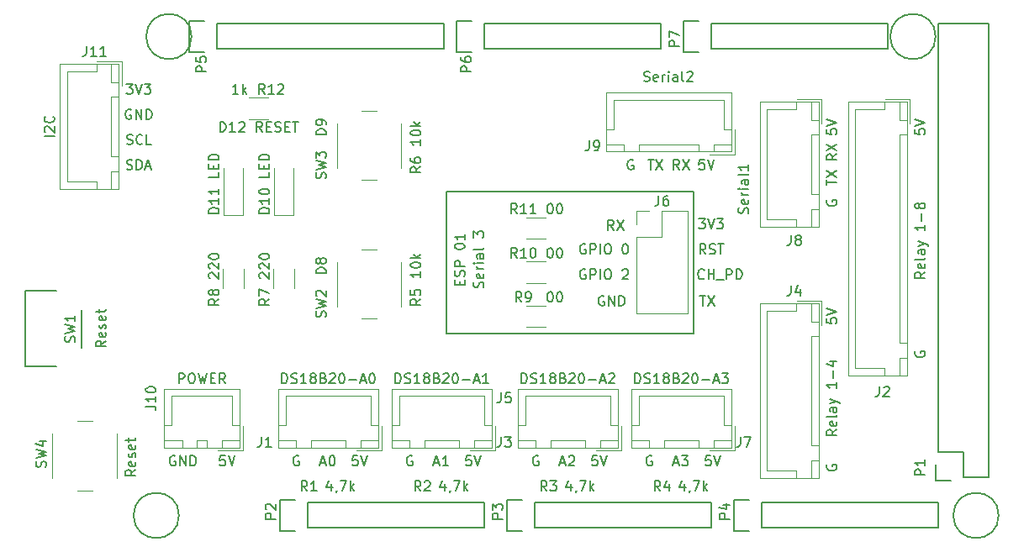
<source format=gbr>
G04 #@! TF.FileFunction,Legend,Top*
%FSLAX46Y46*%
G04 Gerber Fmt 4.6, Leading zero omitted, Abs format (unit mm)*
G04 Created by KiCad (PCBNEW 4.0.7) date 03/25/18 23:56:26*
%MOMM*%
%LPD*%
G01*
G04 APERTURE LIST*
%ADD10C,0.100000*%
%ADD11C,0.150000*%
%ADD12C,0.200000*%
%ADD13C,0.120000*%
G04 APERTURE END LIST*
D10*
D11*
X104140000Y-104140000D02*
X107315000Y-104140000D01*
X104140000Y-96520000D02*
X104140000Y-104140000D01*
X104775000Y-96520000D02*
X104140000Y-96520000D01*
X107315000Y-96520000D02*
X104775000Y-96520000D01*
X109855000Y-102235000D02*
X109855000Y-98425000D01*
D12*
X185872381Y-82716666D02*
X185396190Y-83050000D01*
X185872381Y-83288095D02*
X184872381Y-83288095D01*
X184872381Y-82907142D01*
X184920000Y-82811904D01*
X184967619Y-82764285D01*
X185062857Y-82716666D01*
X185205714Y-82716666D01*
X185300952Y-82764285D01*
X185348571Y-82811904D01*
X185396190Y-82907142D01*
X185396190Y-83288095D01*
X184872381Y-82383333D02*
X185872381Y-81716666D01*
X184872381Y-81716666D02*
X185872381Y-82383333D01*
X184872381Y-85851905D02*
X184872381Y-85280476D01*
X185872381Y-85566191D02*
X184872381Y-85566191D01*
X184872381Y-85042381D02*
X185872381Y-84375714D01*
X184872381Y-84375714D02*
X185872381Y-85042381D01*
X166878095Y-83272381D02*
X167449524Y-83272381D01*
X167163809Y-84272381D02*
X167163809Y-83272381D01*
X167687619Y-83272381D02*
X168354286Y-84272381D01*
X168354286Y-83272381D02*
X167687619Y-84272381D01*
X170013334Y-84272381D02*
X169680000Y-83796190D01*
X169441905Y-84272381D02*
X169441905Y-83272381D01*
X169822858Y-83272381D01*
X169918096Y-83320000D01*
X169965715Y-83367619D01*
X170013334Y-83462857D01*
X170013334Y-83605714D01*
X169965715Y-83700952D01*
X169918096Y-83748571D01*
X169822858Y-83796190D01*
X169441905Y-83796190D01*
X170346667Y-83272381D02*
X171013334Y-84272381D01*
X171013334Y-83272381D02*
X170346667Y-84272381D01*
X123777857Y-80462381D02*
X123777857Y-79462381D01*
X124015952Y-79462381D01*
X124158810Y-79510000D01*
X124254048Y-79605238D01*
X124301667Y-79700476D01*
X124349286Y-79890952D01*
X124349286Y-80033810D01*
X124301667Y-80224286D01*
X124254048Y-80319524D01*
X124158810Y-80414762D01*
X124015952Y-80462381D01*
X123777857Y-80462381D01*
X125301667Y-80462381D02*
X124730238Y-80462381D01*
X125015952Y-80462381D02*
X125015952Y-79462381D01*
X124920714Y-79605238D01*
X124825476Y-79700476D01*
X124730238Y-79748095D01*
X125682619Y-79557619D02*
X125730238Y-79510000D01*
X125825476Y-79462381D01*
X126063572Y-79462381D01*
X126158810Y-79510000D01*
X126206429Y-79557619D01*
X126254048Y-79652857D01*
X126254048Y-79748095D01*
X126206429Y-79890952D01*
X125635000Y-80462381D01*
X126254048Y-80462381D01*
X128015953Y-80462381D02*
X127682619Y-79986190D01*
X127444524Y-80462381D02*
X127444524Y-79462381D01*
X127825477Y-79462381D01*
X127920715Y-79510000D01*
X127968334Y-79557619D01*
X128015953Y-79652857D01*
X128015953Y-79795714D01*
X127968334Y-79890952D01*
X127920715Y-79938571D01*
X127825477Y-79986190D01*
X127444524Y-79986190D01*
X128444524Y-79938571D02*
X128777858Y-79938571D01*
X128920715Y-80462381D02*
X128444524Y-80462381D01*
X128444524Y-79462381D01*
X128920715Y-79462381D01*
X129301667Y-80414762D02*
X129444524Y-80462381D01*
X129682620Y-80462381D01*
X129777858Y-80414762D01*
X129825477Y-80367143D01*
X129873096Y-80271905D01*
X129873096Y-80176667D01*
X129825477Y-80081429D01*
X129777858Y-80033810D01*
X129682620Y-79986190D01*
X129492143Y-79938571D01*
X129396905Y-79890952D01*
X129349286Y-79843333D01*
X129301667Y-79748095D01*
X129301667Y-79652857D01*
X129349286Y-79557619D01*
X129396905Y-79510000D01*
X129492143Y-79462381D01*
X129730239Y-79462381D01*
X129873096Y-79510000D01*
X130301667Y-79938571D02*
X130635001Y-79938571D01*
X130777858Y-80462381D02*
X130301667Y-80462381D01*
X130301667Y-79462381D01*
X130777858Y-79462381D01*
X131063572Y-79462381D02*
X131635001Y-79462381D01*
X131349286Y-80462381D02*
X131349286Y-79462381D01*
X114355714Y-84224762D02*
X114498571Y-84272381D01*
X114736667Y-84272381D01*
X114831905Y-84224762D01*
X114879524Y-84177143D01*
X114927143Y-84081905D01*
X114927143Y-83986667D01*
X114879524Y-83891429D01*
X114831905Y-83843810D01*
X114736667Y-83796190D01*
X114546190Y-83748571D01*
X114450952Y-83700952D01*
X114403333Y-83653333D01*
X114355714Y-83558095D01*
X114355714Y-83462857D01*
X114403333Y-83367619D01*
X114450952Y-83320000D01*
X114546190Y-83272381D01*
X114784286Y-83272381D01*
X114927143Y-83320000D01*
X115355714Y-84272381D02*
X115355714Y-83272381D01*
X115593809Y-83272381D01*
X115736667Y-83320000D01*
X115831905Y-83415238D01*
X115879524Y-83510476D01*
X115927143Y-83700952D01*
X115927143Y-83843810D01*
X115879524Y-84034286D01*
X115831905Y-84129524D01*
X115736667Y-84224762D01*
X115593809Y-84272381D01*
X115355714Y-84272381D01*
X116308095Y-83986667D02*
X116784286Y-83986667D01*
X116212857Y-84272381D02*
X116546190Y-83272381D01*
X116879524Y-84272381D01*
X114379524Y-81684762D02*
X114522381Y-81732381D01*
X114760477Y-81732381D01*
X114855715Y-81684762D01*
X114903334Y-81637143D01*
X114950953Y-81541905D01*
X114950953Y-81446667D01*
X114903334Y-81351429D01*
X114855715Y-81303810D01*
X114760477Y-81256190D01*
X114570000Y-81208571D01*
X114474762Y-81160952D01*
X114427143Y-81113333D01*
X114379524Y-81018095D01*
X114379524Y-80922857D01*
X114427143Y-80827619D01*
X114474762Y-80780000D01*
X114570000Y-80732381D01*
X114808096Y-80732381D01*
X114950953Y-80780000D01*
X115950953Y-81637143D02*
X115903334Y-81684762D01*
X115760477Y-81732381D01*
X115665239Y-81732381D01*
X115522381Y-81684762D01*
X115427143Y-81589524D01*
X115379524Y-81494286D01*
X115331905Y-81303810D01*
X115331905Y-81160952D01*
X115379524Y-80970476D01*
X115427143Y-80875238D01*
X115522381Y-80780000D01*
X115665239Y-80732381D01*
X115760477Y-80732381D01*
X115903334Y-80780000D01*
X115950953Y-80827619D01*
X116855715Y-81732381D02*
X116379524Y-81732381D01*
X116379524Y-80732381D01*
X114808096Y-78240000D02*
X114712858Y-78192381D01*
X114570001Y-78192381D01*
X114427143Y-78240000D01*
X114331905Y-78335238D01*
X114284286Y-78430476D01*
X114236667Y-78620952D01*
X114236667Y-78763810D01*
X114284286Y-78954286D01*
X114331905Y-79049524D01*
X114427143Y-79144762D01*
X114570001Y-79192381D01*
X114665239Y-79192381D01*
X114808096Y-79144762D01*
X114855715Y-79097143D01*
X114855715Y-78763810D01*
X114665239Y-78763810D01*
X115284286Y-79192381D02*
X115284286Y-78192381D01*
X115855715Y-79192381D01*
X115855715Y-78192381D01*
X116331905Y-79192381D02*
X116331905Y-78192381D01*
X116570000Y-78192381D01*
X116712858Y-78240000D01*
X116808096Y-78335238D01*
X116855715Y-78430476D01*
X116903334Y-78620952D01*
X116903334Y-78763810D01*
X116855715Y-78954286D01*
X116808096Y-79049524D01*
X116712858Y-79144762D01*
X116570000Y-79192381D01*
X116331905Y-79192381D01*
X114331905Y-75652381D02*
X114950953Y-75652381D01*
X114617619Y-76033333D01*
X114760477Y-76033333D01*
X114855715Y-76080952D01*
X114903334Y-76128571D01*
X114950953Y-76223810D01*
X114950953Y-76461905D01*
X114903334Y-76557143D01*
X114855715Y-76604762D01*
X114760477Y-76652381D01*
X114474762Y-76652381D01*
X114379524Y-76604762D01*
X114331905Y-76557143D01*
X115236667Y-75652381D02*
X115570000Y-76652381D01*
X115903334Y-75652381D01*
X116141429Y-75652381D02*
X116760477Y-75652381D01*
X116427143Y-76033333D01*
X116570001Y-76033333D01*
X116665239Y-76080952D01*
X116712858Y-76128571D01*
X116760477Y-76223810D01*
X116760477Y-76461905D01*
X116712858Y-76557143D01*
X116665239Y-76604762D01*
X116570001Y-76652381D01*
X116284286Y-76652381D01*
X116189048Y-76604762D01*
X116141429Y-76557143D01*
X169465714Y-113831667D02*
X169941905Y-113831667D01*
X169370476Y-114117381D02*
X169703809Y-113117381D01*
X170037143Y-114117381D01*
X170275238Y-113117381D02*
X170894286Y-113117381D01*
X170560952Y-113498333D01*
X170703810Y-113498333D01*
X170799048Y-113545952D01*
X170846667Y-113593571D01*
X170894286Y-113688810D01*
X170894286Y-113926905D01*
X170846667Y-114022143D01*
X170799048Y-114069762D01*
X170703810Y-114117381D01*
X170418095Y-114117381D01*
X170322857Y-114069762D01*
X170275238Y-114022143D01*
X158035714Y-113831667D02*
X158511905Y-113831667D01*
X157940476Y-114117381D02*
X158273809Y-113117381D01*
X158607143Y-114117381D01*
X158892857Y-113212619D02*
X158940476Y-113165000D01*
X159035714Y-113117381D01*
X159273810Y-113117381D01*
X159369048Y-113165000D01*
X159416667Y-113212619D01*
X159464286Y-113307857D01*
X159464286Y-113403095D01*
X159416667Y-113545952D01*
X158845238Y-114117381D01*
X159464286Y-114117381D01*
X145335714Y-113831667D02*
X145811905Y-113831667D01*
X145240476Y-114117381D02*
X145573809Y-113117381D01*
X145907143Y-114117381D01*
X146764286Y-114117381D02*
X146192857Y-114117381D01*
X146478571Y-114117381D02*
X146478571Y-113117381D01*
X146383333Y-113260238D01*
X146288095Y-113355476D01*
X146192857Y-113403095D01*
X133905714Y-113831667D02*
X134381905Y-113831667D01*
X133810476Y-114117381D02*
X134143809Y-113117381D01*
X134477143Y-114117381D01*
X135000952Y-113117381D02*
X135096191Y-113117381D01*
X135191429Y-113165000D01*
X135239048Y-113212619D01*
X135286667Y-113307857D01*
X135334286Y-113498333D01*
X135334286Y-113736429D01*
X135286667Y-113926905D01*
X135239048Y-114022143D01*
X135191429Y-114069762D01*
X135096191Y-114117381D01*
X135000952Y-114117381D01*
X134905714Y-114069762D01*
X134858095Y-114022143D01*
X134810476Y-113926905D01*
X134762857Y-113736429D01*
X134762857Y-113498333D01*
X134810476Y-113307857D01*
X134858095Y-113212619D01*
X134905714Y-113165000D01*
X135000952Y-113117381D01*
X160575858Y-94369000D02*
X160480620Y-94321381D01*
X160337763Y-94321381D01*
X160194905Y-94369000D01*
X160099667Y-94464238D01*
X160052048Y-94559476D01*
X160004429Y-94749952D01*
X160004429Y-94892810D01*
X160052048Y-95083286D01*
X160099667Y-95178524D01*
X160194905Y-95273762D01*
X160337763Y-95321381D01*
X160433001Y-95321381D01*
X160575858Y-95273762D01*
X160623477Y-95226143D01*
X160623477Y-94892810D01*
X160433001Y-94892810D01*
X161052048Y-95321381D02*
X161052048Y-94321381D01*
X161433001Y-94321381D01*
X161528239Y-94369000D01*
X161575858Y-94416619D01*
X161623477Y-94511857D01*
X161623477Y-94654714D01*
X161575858Y-94749952D01*
X161528239Y-94797571D01*
X161433001Y-94845190D01*
X161052048Y-94845190D01*
X162052048Y-95321381D02*
X162052048Y-94321381D01*
X162718714Y-94321381D02*
X162909191Y-94321381D01*
X163004429Y-94369000D01*
X163099667Y-94464238D01*
X163147286Y-94654714D01*
X163147286Y-94988048D01*
X163099667Y-95178524D01*
X163004429Y-95273762D01*
X162909191Y-95321381D01*
X162718714Y-95321381D01*
X162623476Y-95273762D01*
X162528238Y-95178524D01*
X162480619Y-94988048D01*
X162480619Y-94654714D01*
X162528238Y-94464238D01*
X162623476Y-94369000D01*
X162718714Y-94321381D01*
X164290143Y-94416619D02*
X164337762Y-94369000D01*
X164433000Y-94321381D01*
X164671096Y-94321381D01*
X164766334Y-94369000D01*
X164813953Y-94416619D01*
X164861572Y-94511857D01*
X164861572Y-94607095D01*
X164813953Y-94749952D01*
X164242524Y-95321381D01*
X164861572Y-95321381D01*
X160575858Y-91829000D02*
X160480620Y-91781381D01*
X160337763Y-91781381D01*
X160194905Y-91829000D01*
X160099667Y-91924238D01*
X160052048Y-92019476D01*
X160004429Y-92209952D01*
X160004429Y-92352810D01*
X160052048Y-92543286D01*
X160099667Y-92638524D01*
X160194905Y-92733762D01*
X160337763Y-92781381D01*
X160433001Y-92781381D01*
X160575858Y-92733762D01*
X160623477Y-92686143D01*
X160623477Y-92352810D01*
X160433001Y-92352810D01*
X161052048Y-92781381D02*
X161052048Y-91781381D01*
X161433001Y-91781381D01*
X161528239Y-91829000D01*
X161575858Y-91876619D01*
X161623477Y-91971857D01*
X161623477Y-92114714D01*
X161575858Y-92209952D01*
X161528239Y-92257571D01*
X161433001Y-92305190D01*
X161052048Y-92305190D01*
X162052048Y-92781381D02*
X162052048Y-91781381D01*
X162718714Y-91781381D02*
X162909191Y-91781381D01*
X163004429Y-91829000D01*
X163099667Y-91924238D01*
X163147286Y-92114714D01*
X163147286Y-92448048D01*
X163099667Y-92638524D01*
X163004429Y-92733762D01*
X162909191Y-92781381D01*
X162718714Y-92781381D01*
X162623476Y-92733762D01*
X162528238Y-92638524D01*
X162480619Y-92448048D01*
X162480619Y-92114714D01*
X162528238Y-91924238D01*
X162623476Y-91829000D01*
X162718714Y-91781381D01*
X164528238Y-91781381D02*
X164623477Y-91781381D01*
X164718715Y-91829000D01*
X164766334Y-91876619D01*
X164813953Y-91971857D01*
X164861572Y-92162333D01*
X164861572Y-92400429D01*
X164813953Y-92590905D01*
X164766334Y-92686143D01*
X164718715Y-92733762D01*
X164623477Y-92781381D01*
X164528238Y-92781381D01*
X164433000Y-92733762D01*
X164385381Y-92686143D01*
X164337762Y-92590905D01*
X164290143Y-92400429D01*
X164290143Y-92162333D01*
X164337762Y-91971857D01*
X164385381Y-91876619D01*
X164433000Y-91829000D01*
X164528238Y-91781381D01*
X172085095Y-96988381D02*
X172656524Y-96988381D01*
X172370809Y-97988381D02*
X172370809Y-96988381D01*
X172894619Y-96988381D02*
X173561286Y-97988381D01*
X173561286Y-96988381D02*
X172894619Y-97988381D01*
X163409334Y-90368381D02*
X163076000Y-89892190D01*
X162837905Y-90368381D02*
X162837905Y-89368381D01*
X163218858Y-89368381D01*
X163314096Y-89416000D01*
X163361715Y-89463619D01*
X163409334Y-89558857D01*
X163409334Y-89701714D01*
X163361715Y-89796952D01*
X163314096Y-89844571D01*
X163218858Y-89892190D01*
X162837905Y-89892190D01*
X163742667Y-89368381D02*
X164409334Y-90368381D01*
X164409334Y-89368381D02*
X163742667Y-90368381D01*
X172680381Y-92781381D02*
X172347047Y-92305190D01*
X172108952Y-92781381D02*
X172108952Y-91781381D01*
X172489905Y-91781381D01*
X172585143Y-91829000D01*
X172632762Y-91876619D01*
X172680381Y-91971857D01*
X172680381Y-92114714D01*
X172632762Y-92209952D01*
X172585143Y-92257571D01*
X172489905Y-92305190D01*
X172108952Y-92305190D01*
X173061333Y-92733762D02*
X173204190Y-92781381D01*
X173442286Y-92781381D01*
X173537524Y-92733762D01*
X173585143Y-92686143D01*
X173632762Y-92590905D01*
X173632762Y-92495667D01*
X173585143Y-92400429D01*
X173537524Y-92352810D01*
X173442286Y-92305190D01*
X173251809Y-92257571D01*
X173156571Y-92209952D01*
X173108952Y-92162333D01*
X173061333Y-92067095D01*
X173061333Y-91971857D01*
X173108952Y-91876619D01*
X173156571Y-91829000D01*
X173251809Y-91781381D01*
X173489905Y-91781381D01*
X173632762Y-91829000D01*
X173918476Y-91781381D02*
X174489905Y-91781381D01*
X174204190Y-92781381D02*
X174204190Y-91781381D01*
X172521762Y-95226143D02*
X172474143Y-95273762D01*
X172331286Y-95321381D01*
X172236048Y-95321381D01*
X172093190Y-95273762D01*
X171997952Y-95178524D01*
X171950333Y-95083286D01*
X171902714Y-94892810D01*
X171902714Y-94749952D01*
X171950333Y-94559476D01*
X171997952Y-94464238D01*
X172093190Y-94369000D01*
X172236048Y-94321381D01*
X172331286Y-94321381D01*
X172474143Y-94369000D01*
X172521762Y-94416619D01*
X172950333Y-95321381D02*
X172950333Y-94321381D01*
X172950333Y-94797571D02*
X173521762Y-94797571D01*
X173521762Y-95321381D02*
X173521762Y-94321381D01*
X173759857Y-95416619D02*
X174521762Y-95416619D01*
X174759857Y-95321381D02*
X174759857Y-94321381D01*
X175140810Y-94321381D01*
X175236048Y-94369000D01*
X175283667Y-94416619D01*
X175331286Y-94511857D01*
X175331286Y-94654714D01*
X175283667Y-94749952D01*
X175236048Y-94797571D01*
X175140810Y-94845190D01*
X174759857Y-94845190D01*
X175759857Y-95321381D02*
X175759857Y-94321381D01*
X175997952Y-94321381D01*
X176140810Y-94369000D01*
X176236048Y-94464238D01*
X176283667Y-94559476D01*
X176331286Y-94749952D01*
X176331286Y-94892810D01*
X176283667Y-95083286D01*
X176236048Y-95178524D01*
X176140810Y-95273762D01*
X175997952Y-95321381D01*
X175759857Y-95321381D01*
X171989905Y-89241381D02*
X172608953Y-89241381D01*
X172275619Y-89622333D01*
X172418477Y-89622333D01*
X172513715Y-89669952D01*
X172561334Y-89717571D01*
X172608953Y-89812810D01*
X172608953Y-90050905D01*
X172561334Y-90146143D01*
X172513715Y-90193762D01*
X172418477Y-90241381D01*
X172132762Y-90241381D01*
X172037524Y-90193762D01*
X171989905Y-90146143D01*
X172894667Y-89241381D02*
X173228000Y-90241381D01*
X173561334Y-89241381D01*
X173799429Y-89241381D02*
X174418477Y-89241381D01*
X174085143Y-89622333D01*
X174228001Y-89622333D01*
X174323239Y-89669952D01*
X174370858Y-89717571D01*
X174418477Y-89812810D01*
X174418477Y-90050905D01*
X174370858Y-90146143D01*
X174323239Y-90193762D01*
X174228001Y-90241381D01*
X173942286Y-90241381D01*
X173847048Y-90193762D01*
X173799429Y-90146143D01*
X162433096Y-97036000D02*
X162337858Y-96988381D01*
X162195001Y-96988381D01*
X162052143Y-97036000D01*
X161956905Y-97131238D01*
X161909286Y-97226476D01*
X161861667Y-97416952D01*
X161861667Y-97559810D01*
X161909286Y-97750286D01*
X161956905Y-97845524D01*
X162052143Y-97940762D01*
X162195001Y-97988381D01*
X162290239Y-97988381D01*
X162433096Y-97940762D01*
X162480715Y-97893143D01*
X162480715Y-97559810D01*
X162290239Y-97559810D01*
X162909286Y-97988381D02*
X162909286Y-96988381D01*
X163480715Y-97988381D01*
X163480715Y-96988381D01*
X163956905Y-97988381D02*
X163956905Y-96988381D01*
X164195000Y-96988381D01*
X164337858Y-97036000D01*
X164433096Y-97131238D01*
X164480715Y-97226476D01*
X164528334Y-97416952D01*
X164528334Y-97559810D01*
X164480715Y-97750286D01*
X164433096Y-97845524D01*
X164337858Y-97940762D01*
X164195000Y-97988381D01*
X163956905Y-97988381D01*
X124269524Y-113117381D02*
X123793333Y-113117381D01*
X123745714Y-113593571D01*
X123793333Y-113545952D01*
X123888571Y-113498333D01*
X124126667Y-113498333D01*
X124221905Y-113545952D01*
X124269524Y-113593571D01*
X124317143Y-113688810D01*
X124317143Y-113926905D01*
X124269524Y-114022143D01*
X124221905Y-114069762D01*
X124126667Y-114117381D01*
X123888571Y-114117381D01*
X123793333Y-114069762D01*
X123745714Y-114022143D01*
X124602857Y-113117381D02*
X124936190Y-114117381D01*
X125269524Y-113117381D01*
X119253096Y-113165000D02*
X119157858Y-113117381D01*
X119015001Y-113117381D01*
X118872143Y-113165000D01*
X118776905Y-113260238D01*
X118729286Y-113355476D01*
X118681667Y-113545952D01*
X118681667Y-113688810D01*
X118729286Y-113879286D01*
X118776905Y-113974524D01*
X118872143Y-114069762D01*
X119015001Y-114117381D01*
X119110239Y-114117381D01*
X119253096Y-114069762D01*
X119300715Y-114022143D01*
X119300715Y-113688810D01*
X119110239Y-113688810D01*
X119729286Y-114117381D02*
X119729286Y-113117381D01*
X120300715Y-114117381D01*
X120300715Y-113117381D01*
X120776905Y-114117381D02*
X120776905Y-113117381D01*
X121015000Y-113117381D01*
X121157858Y-113165000D01*
X121253096Y-113260238D01*
X121300715Y-113355476D01*
X121348334Y-113545952D01*
X121348334Y-113688810D01*
X121300715Y-113879286D01*
X121253096Y-113974524D01*
X121157858Y-114069762D01*
X121015000Y-114117381D01*
X120776905Y-114117381D01*
X150264762Y-96178334D02*
X150312381Y-96035477D01*
X150312381Y-95797381D01*
X150264762Y-95702143D01*
X150217143Y-95654524D01*
X150121905Y-95606905D01*
X150026667Y-95606905D01*
X149931429Y-95654524D01*
X149883810Y-95702143D01*
X149836190Y-95797381D01*
X149788571Y-95987858D01*
X149740952Y-96083096D01*
X149693333Y-96130715D01*
X149598095Y-96178334D01*
X149502857Y-96178334D01*
X149407619Y-96130715D01*
X149360000Y-96083096D01*
X149312381Y-95987858D01*
X149312381Y-95749762D01*
X149360000Y-95606905D01*
X150264762Y-94797381D02*
X150312381Y-94892619D01*
X150312381Y-95083096D01*
X150264762Y-95178334D01*
X150169524Y-95225953D01*
X149788571Y-95225953D01*
X149693333Y-95178334D01*
X149645714Y-95083096D01*
X149645714Y-94892619D01*
X149693333Y-94797381D01*
X149788571Y-94749762D01*
X149883810Y-94749762D01*
X149979048Y-95225953D01*
X150312381Y-94321191D02*
X149645714Y-94321191D01*
X149836190Y-94321191D02*
X149740952Y-94273572D01*
X149693333Y-94225953D01*
X149645714Y-94130715D01*
X149645714Y-94035476D01*
X150312381Y-93702143D02*
X149645714Y-93702143D01*
X149312381Y-93702143D02*
X149360000Y-93749762D01*
X149407619Y-93702143D01*
X149360000Y-93654524D01*
X149312381Y-93702143D01*
X149407619Y-93702143D01*
X150312381Y-92797381D02*
X149788571Y-92797381D01*
X149693333Y-92845000D01*
X149645714Y-92940238D01*
X149645714Y-93130715D01*
X149693333Y-93225953D01*
X150264762Y-92797381D02*
X150312381Y-92892619D01*
X150312381Y-93130715D01*
X150264762Y-93225953D01*
X150169524Y-93273572D01*
X150074286Y-93273572D01*
X149979048Y-93225953D01*
X149931429Y-93130715D01*
X149931429Y-92892619D01*
X149883810Y-92797381D01*
X150312381Y-92178334D02*
X150264762Y-92273572D01*
X150169524Y-92321191D01*
X149312381Y-92321191D01*
X149312381Y-91130714D02*
X149312381Y-90511666D01*
X149693333Y-90845000D01*
X149693333Y-90702142D01*
X149740952Y-90606904D01*
X149788571Y-90559285D01*
X149883810Y-90511666D01*
X150121905Y-90511666D01*
X150217143Y-90559285D01*
X150264762Y-90606904D01*
X150312381Y-90702142D01*
X150312381Y-90987857D01*
X150264762Y-91083095D01*
X150217143Y-91130714D01*
X131706905Y-113165000D02*
X131611667Y-113117381D01*
X131468810Y-113117381D01*
X131325952Y-113165000D01*
X131230714Y-113260238D01*
X131183095Y-113355476D01*
X131135476Y-113545952D01*
X131135476Y-113688810D01*
X131183095Y-113879286D01*
X131230714Y-113974524D01*
X131325952Y-114069762D01*
X131468810Y-114117381D01*
X131564048Y-114117381D01*
X131706905Y-114069762D01*
X131754524Y-114022143D01*
X131754524Y-113688810D01*
X131564048Y-113688810D01*
X137604524Y-113117381D02*
X137128333Y-113117381D01*
X137080714Y-113593571D01*
X137128333Y-113545952D01*
X137223571Y-113498333D01*
X137461667Y-113498333D01*
X137556905Y-113545952D01*
X137604524Y-113593571D01*
X137652143Y-113688810D01*
X137652143Y-113926905D01*
X137604524Y-114022143D01*
X137556905Y-114069762D01*
X137461667Y-114117381D01*
X137223571Y-114117381D01*
X137128333Y-114069762D01*
X137080714Y-114022143D01*
X137937857Y-113117381D02*
X138271190Y-114117381D01*
X138604524Y-113117381D01*
X149034524Y-113117381D02*
X148558333Y-113117381D01*
X148510714Y-113593571D01*
X148558333Y-113545952D01*
X148653571Y-113498333D01*
X148891667Y-113498333D01*
X148986905Y-113545952D01*
X149034524Y-113593571D01*
X149082143Y-113688810D01*
X149082143Y-113926905D01*
X149034524Y-114022143D01*
X148986905Y-114069762D01*
X148891667Y-114117381D01*
X148653571Y-114117381D01*
X148558333Y-114069762D01*
X148510714Y-114022143D01*
X149367857Y-113117381D02*
X149701190Y-114117381D01*
X150034524Y-113117381D01*
X143136905Y-113165000D02*
X143041667Y-113117381D01*
X142898810Y-113117381D01*
X142755952Y-113165000D01*
X142660714Y-113260238D01*
X142613095Y-113355476D01*
X142565476Y-113545952D01*
X142565476Y-113688810D01*
X142613095Y-113879286D01*
X142660714Y-113974524D01*
X142755952Y-114069762D01*
X142898810Y-114117381D01*
X142994048Y-114117381D01*
X143136905Y-114069762D01*
X143184524Y-114022143D01*
X143184524Y-113688810D01*
X142994048Y-113688810D01*
X155836905Y-113165000D02*
X155741667Y-113117381D01*
X155598810Y-113117381D01*
X155455952Y-113165000D01*
X155360714Y-113260238D01*
X155313095Y-113355476D01*
X155265476Y-113545952D01*
X155265476Y-113688810D01*
X155313095Y-113879286D01*
X155360714Y-113974524D01*
X155455952Y-114069762D01*
X155598810Y-114117381D01*
X155694048Y-114117381D01*
X155836905Y-114069762D01*
X155884524Y-114022143D01*
X155884524Y-113688810D01*
X155694048Y-113688810D01*
X161734524Y-113117381D02*
X161258333Y-113117381D01*
X161210714Y-113593571D01*
X161258333Y-113545952D01*
X161353571Y-113498333D01*
X161591667Y-113498333D01*
X161686905Y-113545952D01*
X161734524Y-113593571D01*
X161782143Y-113688810D01*
X161782143Y-113926905D01*
X161734524Y-114022143D01*
X161686905Y-114069762D01*
X161591667Y-114117381D01*
X161353571Y-114117381D01*
X161258333Y-114069762D01*
X161210714Y-114022143D01*
X162067857Y-113117381D02*
X162401190Y-114117381D01*
X162734524Y-113117381D01*
X173164524Y-113117381D02*
X172688333Y-113117381D01*
X172640714Y-113593571D01*
X172688333Y-113545952D01*
X172783571Y-113498333D01*
X173021667Y-113498333D01*
X173116905Y-113545952D01*
X173164524Y-113593571D01*
X173212143Y-113688810D01*
X173212143Y-113926905D01*
X173164524Y-114022143D01*
X173116905Y-114069762D01*
X173021667Y-114117381D01*
X172783571Y-114117381D01*
X172688333Y-114069762D01*
X172640714Y-114022143D01*
X173497857Y-113117381D02*
X173831190Y-114117381D01*
X174164524Y-113117381D01*
X167266905Y-113165000D02*
X167171667Y-113117381D01*
X167028810Y-113117381D01*
X166885952Y-113165000D01*
X166790714Y-113260238D01*
X166743095Y-113355476D01*
X166695476Y-113545952D01*
X166695476Y-113688810D01*
X166743095Y-113879286D01*
X166790714Y-113974524D01*
X166885952Y-114069762D01*
X167028810Y-114117381D01*
X167124048Y-114117381D01*
X167266905Y-114069762D01*
X167314524Y-114022143D01*
X167314524Y-113688810D01*
X167124048Y-113688810D01*
X184872381Y-99250476D02*
X184872381Y-99726667D01*
X185348571Y-99774286D01*
X185300952Y-99726667D01*
X185253333Y-99631429D01*
X185253333Y-99393333D01*
X185300952Y-99298095D01*
X185348571Y-99250476D01*
X185443810Y-99202857D01*
X185681905Y-99202857D01*
X185777143Y-99250476D01*
X185824762Y-99298095D01*
X185872381Y-99393333D01*
X185872381Y-99631429D01*
X185824762Y-99726667D01*
X185777143Y-99774286D01*
X184872381Y-98917143D02*
X185872381Y-98583810D01*
X184872381Y-98250476D01*
X184920000Y-114038095D02*
X184872381Y-114133333D01*
X184872381Y-114276190D01*
X184920000Y-114419048D01*
X185015238Y-114514286D01*
X185110476Y-114561905D01*
X185300952Y-114609524D01*
X185443810Y-114609524D01*
X185634286Y-114561905D01*
X185729524Y-114514286D01*
X185824762Y-114419048D01*
X185872381Y-114276190D01*
X185872381Y-114180952D01*
X185824762Y-114038095D01*
X185777143Y-113990476D01*
X185443810Y-113990476D01*
X185443810Y-114180952D01*
X193810000Y-102608095D02*
X193762381Y-102703333D01*
X193762381Y-102846190D01*
X193810000Y-102989048D01*
X193905238Y-103084286D01*
X194000476Y-103131905D01*
X194190952Y-103179524D01*
X194333810Y-103179524D01*
X194524286Y-103131905D01*
X194619524Y-103084286D01*
X194714762Y-102989048D01*
X194762381Y-102846190D01*
X194762381Y-102750952D01*
X194714762Y-102608095D01*
X194667143Y-102560476D01*
X194333810Y-102560476D01*
X194333810Y-102750952D01*
X193762381Y-80200476D02*
X193762381Y-80676667D01*
X194238571Y-80724286D01*
X194190952Y-80676667D01*
X194143333Y-80581429D01*
X194143333Y-80343333D01*
X194190952Y-80248095D01*
X194238571Y-80200476D01*
X194333810Y-80152857D01*
X194571905Y-80152857D01*
X194667143Y-80200476D01*
X194714762Y-80248095D01*
X194762381Y-80343333D01*
X194762381Y-80581429D01*
X194714762Y-80676667D01*
X194667143Y-80724286D01*
X193762381Y-79867143D02*
X194762381Y-79533810D01*
X193762381Y-79200476D01*
X184872381Y-80200476D02*
X184872381Y-80676667D01*
X185348571Y-80724286D01*
X185300952Y-80676667D01*
X185253333Y-80581429D01*
X185253333Y-80343333D01*
X185300952Y-80248095D01*
X185348571Y-80200476D01*
X185443810Y-80152857D01*
X185681905Y-80152857D01*
X185777143Y-80200476D01*
X185824762Y-80248095D01*
X185872381Y-80343333D01*
X185872381Y-80581429D01*
X185824762Y-80676667D01*
X185777143Y-80724286D01*
X184872381Y-79867143D02*
X185872381Y-79533810D01*
X184872381Y-79200476D01*
X184920000Y-87368095D02*
X184872381Y-87463333D01*
X184872381Y-87606190D01*
X184920000Y-87749048D01*
X185015238Y-87844286D01*
X185110476Y-87891905D01*
X185300952Y-87939524D01*
X185443810Y-87939524D01*
X185634286Y-87891905D01*
X185729524Y-87844286D01*
X185824762Y-87749048D01*
X185872381Y-87606190D01*
X185872381Y-87510952D01*
X185824762Y-87368095D01*
X185777143Y-87320476D01*
X185443810Y-87320476D01*
X185443810Y-87510952D01*
X172529524Y-83272381D02*
X172053333Y-83272381D01*
X172005714Y-83748571D01*
X172053333Y-83700952D01*
X172148571Y-83653333D01*
X172386667Y-83653333D01*
X172481905Y-83700952D01*
X172529524Y-83748571D01*
X172577143Y-83843810D01*
X172577143Y-84081905D01*
X172529524Y-84177143D01*
X172481905Y-84224762D01*
X172386667Y-84272381D01*
X172148571Y-84272381D01*
X172053333Y-84224762D01*
X172005714Y-84177143D01*
X172862857Y-83272381D02*
X173196190Y-84272381D01*
X173529524Y-83272381D01*
X165361905Y-83320000D02*
X165266667Y-83272381D01*
X165123810Y-83272381D01*
X164980952Y-83320000D01*
X164885714Y-83415238D01*
X164838095Y-83510476D01*
X164790476Y-83700952D01*
X164790476Y-83843810D01*
X164838095Y-84034286D01*
X164885714Y-84129524D01*
X164980952Y-84224762D01*
X165123810Y-84272381D01*
X165219048Y-84272381D01*
X165361905Y-84224762D01*
X165409524Y-84177143D01*
X165409524Y-83843810D01*
X165219048Y-83843810D01*
D11*
X146558000Y-86487000D02*
X171450000Y-86487000D01*
X146558000Y-100838000D02*
X146558000Y-86487000D01*
X171450000Y-100838000D02*
X146558000Y-100838000D01*
X171450000Y-93726000D02*
X171450000Y-86487000D01*
X171450000Y-93726000D02*
X171450000Y-100838000D01*
X201168000Y-115316000D02*
X201168000Y-69596000D01*
X196088000Y-69596000D02*
X196088000Y-112776000D01*
X201168000Y-69596000D02*
X196088000Y-69596000D01*
X201168000Y-115316000D02*
X198628000Y-115316000D01*
X195808000Y-114046000D02*
X195808000Y-115596000D01*
X198628000Y-115316000D02*
X198628000Y-112776000D01*
X198628000Y-112776000D02*
X196088000Y-112776000D01*
X195808000Y-115596000D02*
X197358000Y-115596000D01*
X132588000Y-120396000D02*
X150368000Y-120396000D01*
X150368000Y-120396000D02*
X150368000Y-117856000D01*
X150368000Y-117856000D02*
X132588000Y-117856000D01*
X129768000Y-120676000D02*
X131318000Y-120676000D01*
X132588000Y-120396000D02*
X132588000Y-117856000D01*
X131318000Y-117576000D02*
X129768000Y-117576000D01*
X129768000Y-117576000D02*
X129768000Y-120676000D01*
X155448000Y-120396000D02*
X173228000Y-120396000D01*
X173228000Y-120396000D02*
X173228000Y-117856000D01*
X173228000Y-117856000D02*
X155448000Y-117856000D01*
X152628000Y-120676000D02*
X154178000Y-120676000D01*
X155448000Y-120396000D02*
X155448000Y-117856000D01*
X154178000Y-117576000D02*
X152628000Y-117576000D01*
X152628000Y-117576000D02*
X152628000Y-120676000D01*
X178308000Y-120396000D02*
X196088000Y-120396000D01*
X196088000Y-120396000D02*
X196088000Y-117856000D01*
X196088000Y-117856000D02*
X178308000Y-117856000D01*
X175488000Y-120676000D02*
X177038000Y-120676000D01*
X178308000Y-120396000D02*
X178308000Y-117856000D01*
X177038000Y-117576000D02*
X175488000Y-117576000D01*
X175488000Y-117576000D02*
X175488000Y-120676000D01*
X123444000Y-72136000D02*
X146304000Y-72136000D01*
X146304000Y-72136000D02*
X146304000Y-69596000D01*
X146304000Y-69596000D02*
X123444000Y-69596000D01*
X120624000Y-72416000D02*
X122174000Y-72416000D01*
X123444000Y-72136000D02*
X123444000Y-69596000D01*
X122174000Y-69316000D02*
X120624000Y-69316000D01*
X120624000Y-69316000D02*
X120624000Y-72416000D01*
X150368000Y-72136000D02*
X168148000Y-72136000D01*
X168148000Y-72136000D02*
X168148000Y-69596000D01*
X168148000Y-69596000D02*
X150368000Y-69596000D01*
X147548000Y-72416000D02*
X149098000Y-72416000D01*
X150368000Y-72136000D02*
X150368000Y-69596000D01*
X149098000Y-69316000D02*
X147548000Y-69316000D01*
X147548000Y-69316000D02*
X147548000Y-72416000D01*
X173228000Y-72136000D02*
X191008000Y-72136000D01*
X191008000Y-72136000D02*
X191008000Y-69596000D01*
X191008000Y-69596000D02*
X173228000Y-69596000D01*
X170408000Y-72416000D02*
X171958000Y-72416000D01*
X173228000Y-72136000D02*
X173228000Y-69596000D01*
X171958000Y-69316000D02*
X170408000Y-69316000D01*
X170408000Y-69316000D02*
X170408000Y-72416000D01*
X119634000Y-119126000D02*
G75*
G03X119634000Y-119126000I-2286000J0D01*
G01*
X202184000Y-119126000D02*
G75*
G03X202184000Y-119126000I-2286000J0D01*
G01*
X120904000Y-70866000D02*
G75*
G03X120904000Y-70866000I-2286000J0D01*
G01*
X195834000Y-70866000D02*
G75*
G03X195834000Y-70866000I-2286000J0D01*
G01*
D13*
X129225000Y-88825000D02*
X131125000Y-88825000D01*
X131125000Y-88825000D02*
X131125000Y-84125000D01*
X129225000Y-88825000D02*
X129225000Y-84125000D01*
X124145000Y-88825000D02*
X126045000Y-88825000D01*
X126045000Y-88825000D02*
X126045000Y-84125000D01*
X124145000Y-88825000D02*
X124145000Y-84125000D01*
X131245000Y-94250000D02*
X131245000Y-96250000D01*
X129105000Y-96250000D02*
X129105000Y-94250000D01*
X126165000Y-94250000D02*
X126165000Y-96250000D01*
X124025000Y-96250000D02*
X124025000Y-94250000D01*
X142025000Y-98060000D02*
X142025000Y-93560000D01*
X138025000Y-99310000D02*
X139525000Y-99310000D01*
X135525000Y-93560000D02*
X135525000Y-98060000D01*
X139525000Y-92310000D02*
X138025000Y-92310000D01*
X142025000Y-84090000D02*
X142025000Y-79590000D01*
X138025000Y-85340000D02*
X139525000Y-85340000D01*
X135525000Y-79590000D02*
X135525000Y-84090000D01*
X139525000Y-78340000D02*
X138025000Y-78340000D01*
X192950000Y-77460000D02*
X187000000Y-77460000D01*
X187000000Y-77460000D02*
X187000000Y-105060000D01*
X187000000Y-105060000D02*
X192950000Y-105060000D01*
X192950000Y-105060000D02*
X192950000Y-77460000D01*
X192950000Y-80760000D02*
X192200000Y-80760000D01*
X192200000Y-80760000D02*
X192200000Y-101760000D01*
X192200000Y-101760000D02*
X192950000Y-101760000D01*
X192950000Y-101760000D02*
X192950000Y-80760000D01*
X192950000Y-77460000D02*
X192200000Y-77460000D01*
X192200000Y-77460000D02*
X192200000Y-79260000D01*
X192200000Y-79260000D02*
X192950000Y-79260000D01*
X192950000Y-79260000D02*
X192950000Y-77460000D01*
X192950000Y-103260000D02*
X192200000Y-103260000D01*
X192200000Y-103260000D02*
X192200000Y-105060000D01*
X192200000Y-105060000D02*
X192950000Y-105060000D01*
X192950000Y-105060000D02*
X192950000Y-103260000D01*
X190700000Y-77460000D02*
X190700000Y-78210000D01*
X190700000Y-78210000D02*
X187750000Y-78210000D01*
X187750000Y-78210000D02*
X187750000Y-91260000D01*
X190700000Y-105060000D02*
X190700000Y-104310000D01*
X190700000Y-104310000D02*
X187750000Y-104310000D01*
X187750000Y-104310000D02*
X187750000Y-91260000D01*
X193250000Y-79660000D02*
X193250000Y-77160000D01*
X193250000Y-77160000D02*
X190750000Y-77160000D01*
X139710000Y-112305000D02*
X139710000Y-106355000D01*
X139710000Y-106355000D02*
X129610000Y-106355000D01*
X129610000Y-106355000D02*
X129610000Y-112305000D01*
X129610000Y-112305000D02*
X139710000Y-112305000D01*
X136410000Y-112305000D02*
X136410000Y-111555000D01*
X136410000Y-111555000D02*
X132910000Y-111555000D01*
X132910000Y-111555000D02*
X132910000Y-112305000D01*
X132910000Y-112305000D02*
X136410000Y-112305000D01*
X139710000Y-112305000D02*
X139710000Y-111555000D01*
X139710000Y-111555000D02*
X137910000Y-111555000D01*
X137910000Y-111555000D02*
X137910000Y-112305000D01*
X137910000Y-112305000D02*
X139710000Y-112305000D01*
X131410000Y-112305000D02*
X131410000Y-111555000D01*
X131410000Y-111555000D02*
X129610000Y-111555000D01*
X129610000Y-111555000D02*
X129610000Y-112305000D01*
X129610000Y-112305000D02*
X131410000Y-112305000D01*
X139710000Y-110055000D02*
X138960000Y-110055000D01*
X138960000Y-110055000D02*
X138960000Y-107105000D01*
X138960000Y-107105000D02*
X134660000Y-107105000D01*
X129610000Y-110055000D02*
X130360000Y-110055000D01*
X130360000Y-110055000D02*
X130360000Y-107105000D01*
X130360000Y-107105000D02*
X134660000Y-107105000D01*
X137510000Y-112605000D02*
X140010000Y-112605000D01*
X140010000Y-112605000D02*
X140010000Y-110105000D01*
X151140000Y-112305000D02*
X151140000Y-106355000D01*
X151140000Y-106355000D02*
X141040000Y-106355000D01*
X141040000Y-106355000D02*
X141040000Y-112305000D01*
X141040000Y-112305000D02*
X151140000Y-112305000D01*
X147840000Y-112305000D02*
X147840000Y-111555000D01*
X147840000Y-111555000D02*
X144340000Y-111555000D01*
X144340000Y-111555000D02*
X144340000Y-112305000D01*
X144340000Y-112305000D02*
X147840000Y-112305000D01*
X151140000Y-112305000D02*
X151140000Y-111555000D01*
X151140000Y-111555000D02*
X149340000Y-111555000D01*
X149340000Y-111555000D02*
X149340000Y-112305000D01*
X149340000Y-112305000D02*
X151140000Y-112305000D01*
X142840000Y-112305000D02*
X142840000Y-111555000D01*
X142840000Y-111555000D02*
X141040000Y-111555000D01*
X141040000Y-111555000D02*
X141040000Y-112305000D01*
X141040000Y-112305000D02*
X142840000Y-112305000D01*
X151140000Y-110055000D02*
X150390000Y-110055000D01*
X150390000Y-110055000D02*
X150390000Y-107105000D01*
X150390000Y-107105000D02*
X146090000Y-107105000D01*
X141040000Y-110055000D02*
X141790000Y-110055000D01*
X141790000Y-110055000D02*
X141790000Y-107105000D01*
X141790000Y-107105000D02*
X146090000Y-107105000D01*
X148940000Y-112605000D02*
X151440000Y-112605000D01*
X151440000Y-112605000D02*
X151440000Y-110105000D01*
X184060000Y-97780000D02*
X178110000Y-97780000D01*
X178110000Y-97780000D02*
X178110000Y-115380000D01*
X178110000Y-115380000D02*
X184060000Y-115380000D01*
X184060000Y-115380000D02*
X184060000Y-97780000D01*
X184060000Y-101080000D02*
X183310000Y-101080000D01*
X183310000Y-101080000D02*
X183310000Y-112080000D01*
X183310000Y-112080000D02*
X184060000Y-112080000D01*
X184060000Y-112080000D02*
X184060000Y-101080000D01*
X184060000Y-97780000D02*
X183310000Y-97780000D01*
X183310000Y-97780000D02*
X183310000Y-99580000D01*
X183310000Y-99580000D02*
X184060000Y-99580000D01*
X184060000Y-99580000D02*
X184060000Y-97780000D01*
X184060000Y-113580000D02*
X183310000Y-113580000D01*
X183310000Y-113580000D02*
X183310000Y-115380000D01*
X183310000Y-115380000D02*
X184060000Y-115380000D01*
X184060000Y-115380000D02*
X184060000Y-113580000D01*
X181810000Y-97780000D02*
X181810000Y-98530000D01*
X181810000Y-98530000D02*
X178860000Y-98530000D01*
X178860000Y-98530000D02*
X178860000Y-106580000D01*
X181810000Y-115380000D02*
X181810000Y-114630000D01*
X181810000Y-114630000D02*
X178860000Y-114630000D01*
X178860000Y-114630000D02*
X178860000Y-106580000D01*
X184360000Y-99980000D02*
X184360000Y-97480000D01*
X184360000Y-97480000D02*
X181860000Y-97480000D01*
X163840000Y-112305000D02*
X163840000Y-106355000D01*
X163840000Y-106355000D02*
X153740000Y-106355000D01*
X153740000Y-106355000D02*
X153740000Y-112305000D01*
X153740000Y-112305000D02*
X163840000Y-112305000D01*
X160540000Y-112305000D02*
X160540000Y-111555000D01*
X160540000Y-111555000D02*
X157040000Y-111555000D01*
X157040000Y-111555000D02*
X157040000Y-112305000D01*
X157040000Y-112305000D02*
X160540000Y-112305000D01*
X163840000Y-112305000D02*
X163840000Y-111555000D01*
X163840000Y-111555000D02*
X162040000Y-111555000D01*
X162040000Y-111555000D02*
X162040000Y-112305000D01*
X162040000Y-112305000D02*
X163840000Y-112305000D01*
X155540000Y-112305000D02*
X155540000Y-111555000D01*
X155540000Y-111555000D02*
X153740000Y-111555000D01*
X153740000Y-111555000D02*
X153740000Y-112305000D01*
X153740000Y-112305000D02*
X155540000Y-112305000D01*
X163840000Y-110055000D02*
X163090000Y-110055000D01*
X163090000Y-110055000D02*
X163090000Y-107105000D01*
X163090000Y-107105000D02*
X158790000Y-107105000D01*
X153740000Y-110055000D02*
X154490000Y-110055000D01*
X154490000Y-110055000D02*
X154490000Y-107105000D01*
X154490000Y-107105000D02*
X158790000Y-107105000D01*
X161640000Y-112605000D02*
X164140000Y-112605000D01*
X164140000Y-112605000D02*
X164140000Y-110105000D01*
X175270000Y-112305000D02*
X175270000Y-106355000D01*
X175270000Y-106355000D02*
X165170000Y-106355000D01*
X165170000Y-106355000D02*
X165170000Y-112305000D01*
X165170000Y-112305000D02*
X175270000Y-112305000D01*
X171970000Y-112305000D02*
X171970000Y-111555000D01*
X171970000Y-111555000D02*
X168470000Y-111555000D01*
X168470000Y-111555000D02*
X168470000Y-112305000D01*
X168470000Y-112305000D02*
X171970000Y-112305000D01*
X175270000Y-112305000D02*
X175270000Y-111555000D01*
X175270000Y-111555000D02*
X173470000Y-111555000D01*
X173470000Y-111555000D02*
X173470000Y-112305000D01*
X173470000Y-112305000D02*
X175270000Y-112305000D01*
X166970000Y-112305000D02*
X166970000Y-111555000D01*
X166970000Y-111555000D02*
X165170000Y-111555000D01*
X165170000Y-111555000D02*
X165170000Y-112305000D01*
X165170000Y-112305000D02*
X166970000Y-112305000D01*
X175270000Y-110055000D02*
X174520000Y-110055000D01*
X174520000Y-110055000D02*
X174520000Y-107105000D01*
X174520000Y-107105000D02*
X170220000Y-107105000D01*
X165170000Y-110055000D02*
X165920000Y-110055000D01*
X165920000Y-110055000D02*
X165920000Y-107105000D01*
X165920000Y-107105000D02*
X170220000Y-107105000D01*
X173070000Y-112605000D02*
X175570000Y-112605000D01*
X175570000Y-112605000D02*
X175570000Y-110105000D01*
X184060000Y-77460000D02*
X178110000Y-77460000D01*
X178110000Y-77460000D02*
X178110000Y-90060000D01*
X178110000Y-90060000D02*
X184060000Y-90060000D01*
X184060000Y-90060000D02*
X184060000Y-77460000D01*
X184060000Y-80760000D02*
X183310000Y-80760000D01*
X183310000Y-80760000D02*
X183310000Y-86760000D01*
X183310000Y-86760000D02*
X184060000Y-86760000D01*
X184060000Y-86760000D02*
X184060000Y-80760000D01*
X184060000Y-77460000D02*
X183310000Y-77460000D01*
X183310000Y-77460000D02*
X183310000Y-79260000D01*
X183310000Y-79260000D02*
X184060000Y-79260000D01*
X184060000Y-79260000D02*
X184060000Y-77460000D01*
X184060000Y-88260000D02*
X183310000Y-88260000D01*
X183310000Y-88260000D02*
X183310000Y-90060000D01*
X183310000Y-90060000D02*
X184060000Y-90060000D01*
X184060000Y-90060000D02*
X184060000Y-88260000D01*
X181810000Y-77460000D02*
X181810000Y-78210000D01*
X181810000Y-78210000D02*
X178860000Y-78210000D01*
X178860000Y-78210000D02*
X178860000Y-83760000D01*
X181810000Y-90060000D02*
X181810000Y-89310000D01*
X181810000Y-89310000D02*
X178860000Y-89310000D01*
X178860000Y-89310000D02*
X178860000Y-83760000D01*
X184360000Y-79660000D02*
X184360000Y-77160000D01*
X184360000Y-77160000D02*
X181860000Y-77160000D01*
X175270000Y-82460000D02*
X175270000Y-76510000D01*
X175270000Y-76510000D02*
X162670000Y-76510000D01*
X162670000Y-76510000D02*
X162670000Y-82460000D01*
X162670000Y-82460000D02*
X175270000Y-82460000D01*
X171970000Y-82460000D02*
X171970000Y-81710000D01*
X171970000Y-81710000D02*
X165970000Y-81710000D01*
X165970000Y-81710000D02*
X165970000Y-82460000D01*
X165970000Y-82460000D02*
X171970000Y-82460000D01*
X175270000Y-82460000D02*
X175270000Y-81710000D01*
X175270000Y-81710000D02*
X173470000Y-81710000D01*
X173470000Y-81710000D02*
X173470000Y-82460000D01*
X173470000Y-82460000D02*
X175270000Y-82460000D01*
X164470000Y-82460000D02*
X164470000Y-81710000D01*
X164470000Y-81710000D02*
X162670000Y-81710000D01*
X162670000Y-81710000D02*
X162670000Y-82460000D01*
X162670000Y-82460000D02*
X164470000Y-82460000D01*
X175270000Y-80210000D02*
X174520000Y-80210000D01*
X174520000Y-80210000D02*
X174520000Y-77260000D01*
X174520000Y-77260000D02*
X168970000Y-77260000D01*
X162670000Y-80210000D02*
X163420000Y-80210000D01*
X163420000Y-80210000D02*
X163420000Y-77260000D01*
X163420000Y-77260000D02*
X168970000Y-77260000D01*
X173070000Y-82760000D02*
X175570000Y-82760000D01*
X175570000Y-82760000D02*
X175570000Y-80260000D01*
X106895000Y-110855000D02*
X106895000Y-115355000D01*
X110895000Y-109605000D02*
X109395000Y-109605000D01*
X113395000Y-115355000D02*
X113395000Y-110855000D01*
X109395000Y-116605000D02*
X110895000Y-116605000D01*
X165675000Y-98739000D02*
X170875000Y-98739000D01*
X165675000Y-91059000D02*
X165675000Y-98739000D01*
X170875000Y-88459000D02*
X170875000Y-98739000D01*
X165675000Y-91059000D02*
X168275000Y-91059000D01*
X168275000Y-91059000D02*
X168275000Y-88459000D01*
X168275000Y-88459000D02*
X170875000Y-88459000D01*
X165675000Y-89789000D02*
X165675000Y-88459000D01*
X165675000Y-88459000D02*
X167005000Y-88459000D01*
X156575000Y-100130000D02*
X154575000Y-100130000D01*
X154575000Y-97990000D02*
X156575000Y-97990000D01*
X156575000Y-95685000D02*
X154575000Y-95685000D01*
X154575000Y-93545000D02*
X156575000Y-93545000D01*
X156575000Y-91240000D02*
X154575000Y-91240000D01*
X154575000Y-89100000D02*
X156575000Y-89100000D01*
X128635000Y-79175000D02*
X126635000Y-79175000D01*
X126635000Y-77035000D02*
X128635000Y-77035000D01*
X125740000Y-112305000D02*
X125740000Y-106355000D01*
X125740000Y-106355000D02*
X118140000Y-106355000D01*
X118140000Y-106355000D02*
X118140000Y-112305000D01*
X118140000Y-112305000D02*
X125740000Y-112305000D01*
X122440000Y-112305000D02*
X122440000Y-111555000D01*
X122440000Y-111555000D02*
X121440000Y-111555000D01*
X121440000Y-111555000D02*
X121440000Y-112305000D01*
X121440000Y-112305000D02*
X122440000Y-112305000D01*
X125740000Y-112305000D02*
X125740000Y-111555000D01*
X125740000Y-111555000D02*
X123940000Y-111555000D01*
X123940000Y-111555000D02*
X123940000Y-112305000D01*
X123940000Y-112305000D02*
X125740000Y-112305000D01*
X119940000Y-112305000D02*
X119940000Y-111555000D01*
X119940000Y-111555000D02*
X118140000Y-111555000D01*
X118140000Y-111555000D02*
X118140000Y-112305000D01*
X118140000Y-112305000D02*
X119940000Y-112305000D01*
X125740000Y-110055000D02*
X124990000Y-110055000D01*
X124990000Y-110055000D02*
X124990000Y-107105000D01*
X124990000Y-107105000D02*
X121940000Y-107105000D01*
X118140000Y-110055000D02*
X118890000Y-110055000D01*
X118890000Y-110055000D02*
X118890000Y-107105000D01*
X118890000Y-107105000D02*
X121940000Y-107105000D01*
X123540000Y-112605000D02*
X126040000Y-112605000D01*
X126040000Y-112605000D02*
X126040000Y-110105000D01*
X113575000Y-73650000D02*
X107625000Y-73650000D01*
X107625000Y-73650000D02*
X107625000Y-86250000D01*
X107625000Y-86250000D02*
X113575000Y-86250000D01*
X113575000Y-86250000D02*
X113575000Y-73650000D01*
X113575000Y-76950000D02*
X112825000Y-76950000D01*
X112825000Y-76950000D02*
X112825000Y-82950000D01*
X112825000Y-82950000D02*
X113575000Y-82950000D01*
X113575000Y-82950000D02*
X113575000Y-76950000D01*
X113575000Y-73650000D02*
X112825000Y-73650000D01*
X112825000Y-73650000D02*
X112825000Y-75450000D01*
X112825000Y-75450000D02*
X113575000Y-75450000D01*
X113575000Y-75450000D02*
X113575000Y-73650000D01*
X113575000Y-84450000D02*
X112825000Y-84450000D01*
X112825000Y-84450000D02*
X112825000Y-86250000D01*
X112825000Y-86250000D02*
X113575000Y-86250000D01*
X113575000Y-86250000D02*
X113575000Y-84450000D01*
X111325000Y-73650000D02*
X111325000Y-74400000D01*
X111325000Y-74400000D02*
X108375000Y-74400000D01*
X108375000Y-74400000D02*
X108375000Y-79950000D01*
X111325000Y-86250000D02*
X111325000Y-85500000D01*
X111325000Y-85500000D02*
X108375000Y-85500000D01*
X108375000Y-85500000D02*
X108375000Y-79950000D01*
X113875000Y-75850000D02*
X113875000Y-73350000D01*
X113875000Y-73350000D02*
X111375000Y-73350000D01*
D11*
X194762381Y-115038095D02*
X193762381Y-115038095D01*
X193762381Y-114657142D01*
X193810000Y-114561904D01*
X193857619Y-114514285D01*
X193952857Y-114466666D01*
X194095714Y-114466666D01*
X194190952Y-114514285D01*
X194238571Y-114561904D01*
X194286190Y-114657142D01*
X194286190Y-115038095D01*
X194762381Y-113514285D02*
X194762381Y-114085714D01*
X194762381Y-113800000D02*
X193762381Y-113800000D01*
X193905238Y-113895238D01*
X194000476Y-113990476D01*
X194048095Y-114085714D01*
X129357381Y-119483095D02*
X128357381Y-119483095D01*
X128357381Y-119102142D01*
X128405000Y-119006904D01*
X128452619Y-118959285D01*
X128547857Y-118911666D01*
X128690714Y-118911666D01*
X128785952Y-118959285D01*
X128833571Y-119006904D01*
X128881190Y-119102142D01*
X128881190Y-119483095D01*
X128452619Y-118530714D02*
X128405000Y-118483095D01*
X128357381Y-118387857D01*
X128357381Y-118149761D01*
X128405000Y-118054523D01*
X128452619Y-118006904D01*
X128547857Y-117959285D01*
X128643095Y-117959285D01*
X128785952Y-118006904D01*
X129357381Y-118578333D01*
X129357381Y-117959285D01*
X152217381Y-119483095D02*
X151217381Y-119483095D01*
X151217381Y-119102142D01*
X151265000Y-119006904D01*
X151312619Y-118959285D01*
X151407857Y-118911666D01*
X151550714Y-118911666D01*
X151645952Y-118959285D01*
X151693571Y-119006904D01*
X151741190Y-119102142D01*
X151741190Y-119483095D01*
X151217381Y-118578333D02*
X151217381Y-117959285D01*
X151598333Y-118292619D01*
X151598333Y-118149761D01*
X151645952Y-118054523D01*
X151693571Y-118006904D01*
X151788810Y-117959285D01*
X152026905Y-117959285D01*
X152122143Y-118006904D01*
X152169762Y-118054523D01*
X152217381Y-118149761D01*
X152217381Y-118435476D01*
X152169762Y-118530714D01*
X152122143Y-118578333D01*
X175077381Y-119483095D02*
X174077381Y-119483095D01*
X174077381Y-119102142D01*
X174125000Y-119006904D01*
X174172619Y-118959285D01*
X174267857Y-118911666D01*
X174410714Y-118911666D01*
X174505952Y-118959285D01*
X174553571Y-119006904D01*
X174601190Y-119102142D01*
X174601190Y-119483095D01*
X174410714Y-118054523D02*
X175077381Y-118054523D01*
X174029762Y-118292619D02*
X174744048Y-118530714D01*
X174744048Y-117911666D01*
X122372381Y-74398095D02*
X121372381Y-74398095D01*
X121372381Y-74017142D01*
X121420000Y-73921904D01*
X121467619Y-73874285D01*
X121562857Y-73826666D01*
X121705714Y-73826666D01*
X121800952Y-73874285D01*
X121848571Y-73921904D01*
X121896190Y-74017142D01*
X121896190Y-74398095D01*
X121372381Y-72921904D02*
X121372381Y-73398095D01*
X121848571Y-73445714D01*
X121800952Y-73398095D01*
X121753333Y-73302857D01*
X121753333Y-73064761D01*
X121800952Y-72969523D01*
X121848571Y-72921904D01*
X121943810Y-72874285D01*
X122181905Y-72874285D01*
X122277143Y-72921904D01*
X122324762Y-72969523D01*
X122372381Y-73064761D01*
X122372381Y-73302857D01*
X122324762Y-73398095D01*
X122277143Y-73445714D01*
X149042381Y-74398095D02*
X148042381Y-74398095D01*
X148042381Y-74017142D01*
X148090000Y-73921904D01*
X148137619Y-73874285D01*
X148232857Y-73826666D01*
X148375714Y-73826666D01*
X148470952Y-73874285D01*
X148518571Y-73921904D01*
X148566190Y-74017142D01*
X148566190Y-74398095D01*
X148042381Y-72969523D02*
X148042381Y-73160000D01*
X148090000Y-73255238D01*
X148137619Y-73302857D01*
X148280476Y-73398095D01*
X148470952Y-73445714D01*
X148851905Y-73445714D01*
X148947143Y-73398095D01*
X148994762Y-73350476D01*
X149042381Y-73255238D01*
X149042381Y-73064761D01*
X148994762Y-72969523D01*
X148947143Y-72921904D01*
X148851905Y-72874285D01*
X148613810Y-72874285D01*
X148518571Y-72921904D01*
X148470952Y-72969523D01*
X148423333Y-73064761D01*
X148423333Y-73255238D01*
X148470952Y-73350476D01*
X148518571Y-73398095D01*
X148613810Y-73445714D01*
X169997381Y-71858095D02*
X168997381Y-71858095D01*
X168997381Y-71477142D01*
X169045000Y-71381904D01*
X169092619Y-71334285D01*
X169187857Y-71286666D01*
X169330714Y-71286666D01*
X169425952Y-71334285D01*
X169473571Y-71381904D01*
X169521190Y-71477142D01*
X169521190Y-71858095D01*
X168997381Y-70953333D02*
X168997381Y-70286666D01*
X169997381Y-70715238D01*
X132548334Y-116657381D02*
X132215000Y-116181190D01*
X131976905Y-116657381D02*
X131976905Y-115657381D01*
X132357858Y-115657381D01*
X132453096Y-115705000D01*
X132500715Y-115752619D01*
X132548334Y-115847857D01*
X132548334Y-115990714D01*
X132500715Y-116085952D01*
X132453096Y-116133571D01*
X132357858Y-116181190D01*
X131976905Y-116181190D01*
X133500715Y-116657381D02*
X132929286Y-116657381D01*
X133215000Y-116657381D02*
X133215000Y-115657381D01*
X133119762Y-115800238D01*
X133024524Y-115895476D01*
X132929286Y-115943095D01*
X134961429Y-115990714D02*
X134961429Y-116657381D01*
X134723333Y-115609762D02*
X134485238Y-116324048D01*
X135104286Y-116324048D01*
X135532857Y-116609762D02*
X135532857Y-116657381D01*
X135485238Y-116752619D01*
X135437619Y-116800238D01*
X135866190Y-115657381D02*
X136532857Y-115657381D01*
X136104285Y-116657381D01*
X136913809Y-116657381D02*
X136913809Y-115657381D01*
X137009047Y-116276429D02*
X137294762Y-116657381D01*
X137294762Y-115990714D02*
X136913809Y-116371667D01*
X143978334Y-116657381D02*
X143645000Y-116181190D01*
X143406905Y-116657381D02*
X143406905Y-115657381D01*
X143787858Y-115657381D01*
X143883096Y-115705000D01*
X143930715Y-115752619D01*
X143978334Y-115847857D01*
X143978334Y-115990714D01*
X143930715Y-116085952D01*
X143883096Y-116133571D01*
X143787858Y-116181190D01*
X143406905Y-116181190D01*
X144359286Y-115752619D02*
X144406905Y-115705000D01*
X144502143Y-115657381D01*
X144740239Y-115657381D01*
X144835477Y-115705000D01*
X144883096Y-115752619D01*
X144930715Y-115847857D01*
X144930715Y-115943095D01*
X144883096Y-116085952D01*
X144311667Y-116657381D01*
X144930715Y-116657381D01*
X146391429Y-115990714D02*
X146391429Y-116657381D01*
X146153333Y-115609762D02*
X145915238Y-116324048D01*
X146534286Y-116324048D01*
X146962857Y-116609762D02*
X146962857Y-116657381D01*
X146915238Y-116752619D01*
X146867619Y-116800238D01*
X147296190Y-115657381D02*
X147962857Y-115657381D01*
X147534285Y-116657381D01*
X148343809Y-116657381D02*
X148343809Y-115657381D01*
X148439047Y-116276429D02*
X148724762Y-116657381D01*
X148724762Y-115990714D02*
X148343809Y-116371667D01*
X156678334Y-116657381D02*
X156345000Y-116181190D01*
X156106905Y-116657381D02*
X156106905Y-115657381D01*
X156487858Y-115657381D01*
X156583096Y-115705000D01*
X156630715Y-115752619D01*
X156678334Y-115847857D01*
X156678334Y-115990714D01*
X156630715Y-116085952D01*
X156583096Y-116133571D01*
X156487858Y-116181190D01*
X156106905Y-116181190D01*
X157011667Y-115657381D02*
X157630715Y-115657381D01*
X157297381Y-116038333D01*
X157440239Y-116038333D01*
X157535477Y-116085952D01*
X157583096Y-116133571D01*
X157630715Y-116228810D01*
X157630715Y-116466905D01*
X157583096Y-116562143D01*
X157535477Y-116609762D01*
X157440239Y-116657381D01*
X157154524Y-116657381D01*
X157059286Y-116609762D01*
X157011667Y-116562143D01*
X159091429Y-115990714D02*
X159091429Y-116657381D01*
X158853333Y-115609762D02*
X158615238Y-116324048D01*
X159234286Y-116324048D01*
X159662857Y-116609762D02*
X159662857Y-116657381D01*
X159615238Y-116752619D01*
X159567619Y-116800238D01*
X159996190Y-115657381D02*
X160662857Y-115657381D01*
X160234285Y-116657381D01*
X161043809Y-116657381D02*
X161043809Y-115657381D01*
X161139047Y-116276429D02*
X161424762Y-116657381D01*
X161424762Y-115990714D02*
X161043809Y-116371667D01*
X168108334Y-116657381D02*
X167775000Y-116181190D01*
X167536905Y-116657381D02*
X167536905Y-115657381D01*
X167917858Y-115657381D01*
X168013096Y-115705000D01*
X168060715Y-115752619D01*
X168108334Y-115847857D01*
X168108334Y-115990714D01*
X168060715Y-116085952D01*
X168013096Y-116133571D01*
X167917858Y-116181190D01*
X167536905Y-116181190D01*
X168965477Y-115990714D02*
X168965477Y-116657381D01*
X168727381Y-115609762D02*
X168489286Y-116324048D01*
X169108334Y-116324048D01*
X170521429Y-115990714D02*
X170521429Y-116657381D01*
X170283333Y-115609762D02*
X170045238Y-116324048D01*
X170664286Y-116324048D01*
X171092857Y-116609762D02*
X171092857Y-116657381D01*
X171045238Y-116752619D01*
X170997619Y-116800238D01*
X171426190Y-115657381D02*
X172092857Y-115657381D01*
X171664285Y-116657381D01*
X172473809Y-116657381D02*
X172473809Y-115657381D01*
X172569047Y-116276429D02*
X172854762Y-116657381D01*
X172854762Y-115990714D02*
X172473809Y-116371667D01*
X109116762Y-101663333D02*
X109164381Y-101520476D01*
X109164381Y-101282380D01*
X109116762Y-101187142D01*
X109069143Y-101139523D01*
X108973905Y-101091904D01*
X108878667Y-101091904D01*
X108783429Y-101139523D01*
X108735810Y-101187142D01*
X108688190Y-101282380D01*
X108640571Y-101472857D01*
X108592952Y-101568095D01*
X108545333Y-101615714D01*
X108450095Y-101663333D01*
X108354857Y-101663333D01*
X108259619Y-101615714D01*
X108212000Y-101568095D01*
X108164381Y-101472857D01*
X108164381Y-101234761D01*
X108212000Y-101091904D01*
X108164381Y-100758571D02*
X109164381Y-100520476D01*
X108450095Y-100329999D01*
X109164381Y-100139523D01*
X108164381Y-99901428D01*
X109164381Y-98996666D02*
X109164381Y-99568095D01*
X109164381Y-99282381D02*
X108164381Y-99282381D01*
X108307238Y-99377619D01*
X108402476Y-99472857D01*
X108450095Y-99568095D01*
X112268261Y-101532095D02*
X111792070Y-101865429D01*
X112268261Y-102103524D02*
X111268261Y-102103524D01*
X111268261Y-101722571D01*
X111315880Y-101627333D01*
X111363499Y-101579714D01*
X111458737Y-101532095D01*
X111601594Y-101532095D01*
X111696832Y-101579714D01*
X111744451Y-101627333D01*
X111792070Y-101722571D01*
X111792070Y-102103524D01*
X112220642Y-100722571D02*
X112268261Y-100817809D01*
X112268261Y-101008286D01*
X112220642Y-101103524D01*
X112125404Y-101151143D01*
X111744451Y-101151143D01*
X111649213Y-101103524D01*
X111601594Y-101008286D01*
X111601594Y-100817809D01*
X111649213Y-100722571D01*
X111744451Y-100674952D01*
X111839690Y-100674952D01*
X111934928Y-101151143D01*
X112220642Y-100294000D02*
X112268261Y-100198762D01*
X112268261Y-100008286D01*
X112220642Y-99913047D01*
X112125404Y-99865428D01*
X112077785Y-99865428D01*
X111982547Y-99913047D01*
X111934928Y-100008286D01*
X111934928Y-100151143D01*
X111887309Y-100246381D01*
X111792070Y-100294000D01*
X111744451Y-100294000D01*
X111649213Y-100246381D01*
X111601594Y-100151143D01*
X111601594Y-100008286D01*
X111649213Y-99913047D01*
X112220642Y-99055904D02*
X112268261Y-99151142D01*
X112268261Y-99341619D01*
X112220642Y-99436857D01*
X112125404Y-99484476D01*
X111744451Y-99484476D01*
X111649213Y-99436857D01*
X111601594Y-99341619D01*
X111601594Y-99151142D01*
X111649213Y-99055904D01*
X111744451Y-99008285D01*
X111839690Y-99008285D01*
X111934928Y-99484476D01*
X111601594Y-98722571D02*
X111601594Y-98341619D01*
X111268261Y-98579714D02*
X112125404Y-98579714D01*
X112220642Y-98532095D01*
X112268261Y-98436857D01*
X112268261Y-98341619D01*
X128722381Y-88677381D02*
X127722381Y-88677381D01*
X127722381Y-88439286D01*
X127770000Y-88296428D01*
X127865238Y-88201190D01*
X127960476Y-88153571D01*
X128150952Y-88105952D01*
X128293810Y-88105952D01*
X128484286Y-88153571D01*
X128579524Y-88201190D01*
X128674762Y-88296428D01*
X128722381Y-88439286D01*
X128722381Y-88677381D01*
X128722381Y-87153571D02*
X128722381Y-87725000D01*
X128722381Y-87439286D02*
X127722381Y-87439286D01*
X127865238Y-87534524D01*
X127960476Y-87629762D01*
X128008095Y-87725000D01*
X127722381Y-86534524D02*
X127722381Y-86439285D01*
X127770000Y-86344047D01*
X127817619Y-86296428D01*
X127912857Y-86248809D01*
X128103333Y-86201190D01*
X128341429Y-86201190D01*
X128531905Y-86248809D01*
X128627143Y-86296428D01*
X128674762Y-86344047D01*
X128722381Y-86439285D01*
X128722381Y-86534524D01*
X128674762Y-86629762D01*
X128627143Y-86677381D01*
X128531905Y-86725000D01*
X128341429Y-86772619D01*
X128103333Y-86772619D01*
X127912857Y-86725000D01*
X127817619Y-86677381D01*
X127770000Y-86629762D01*
X127722381Y-86534524D01*
X128722381Y-84534523D02*
X128722381Y-85010714D01*
X127722381Y-85010714D01*
X128198571Y-84201190D02*
X128198571Y-83867856D01*
X128722381Y-83724999D02*
X128722381Y-84201190D01*
X127722381Y-84201190D01*
X127722381Y-83724999D01*
X128722381Y-83296428D02*
X127722381Y-83296428D01*
X127722381Y-83058333D01*
X127770000Y-82915475D01*
X127865238Y-82820237D01*
X127960476Y-82772618D01*
X128150952Y-82724999D01*
X128293810Y-82724999D01*
X128484286Y-82772618D01*
X128579524Y-82820237D01*
X128674762Y-82915475D01*
X128722381Y-83058333D01*
X128722381Y-83296428D01*
X123642381Y-88677381D02*
X122642381Y-88677381D01*
X122642381Y-88439286D01*
X122690000Y-88296428D01*
X122785238Y-88201190D01*
X122880476Y-88153571D01*
X123070952Y-88105952D01*
X123213810Y-88105952D01*
X123404286Y-88153571D01*
X123499524Y-88201190D01*
X123594762Y-88296428D01*
X123642381Y-88439286D01*
X123642381Y-88677381D01*
X123642381Y-87153571D02*
X123642381Y-87725000D01*
X123642381Y-87439286D02*
X122642381Y-87439286D01*
X122785238Y-87534524D01*
X122880476Y-87629762D01*
X122928095Y-87725000D01*
X123642381Y-86201190D02*
X123642381Y-86772619D01*
X123642381Y-86486905D02*
X122642381Y-86486905D01*
X122785238Y-86582143D01*
X122880476Y-86677381D01*
X122928095Y-86772619D01*
X123642381Y-84534523D02*
X123642381Y-85010714D01*
X122642381Y-85010714D01*
X123118571Y-84201190D02*
X123118571Y-83867856D01*
X123642381Y-83724999D02*
X123642381Y-84201190D01*
X122642381Y-84201190D01*
X122642381Y-83724999D01*
X123642381Y-83296428D02*
X122642381Y-83296428D01*
X122642381Y-83058333D01*
X122690000Y-82915475D01*
X122785238Y-82820237D01*
X122880476Y-82772618D01*
X123070952Y-82724999D01*
X123213810Y-82724999D01*
X123404286Y-82772618D01*
X123499524Y-82820237D01*
X123594762Y-82915475D01*
X123642381Y-83058333D01*
X123642381Y-83296428D01*
X143962381Y-97321666D02*
X143486190Y-97655000D01*
X143962381Y-97893095D02*
X142962381Y-97893095D01*
X142962381Y-97512142D01*
X143010000Y-97416904D01*
X143057619Y-97369285D01*
X143152857Y-97321666D01*
X143295714Y-97321666D01*
X143390952Y-97369285D01*
X143438571Y-97416904D01*
X143486190Y-97512142D01*
X143486190Y-97893095D01*
X142962381Y-96416904D02*
X142962381Y-96893095D01*
X143438571Y-96940714D01*
X143390952Y-96893095D01*
X143343333Y-96797857D01*
X143343333Y-96559761D01*
X143390952Y-96464523D01*
X143438571Y-96416904D01*
X143533810Y-96369285D01*
X143771905Y-96369285D01*
X143867143Y-96416904D01*
X143914762Y-96464523D01*
X143962381Y-96559761D01*
X143962381Y-96797857D01*
X143914762Y-96893095D01*
X143867143Y-96940714D01*
X143962381Y-94575238D02*
X143962381Y-95146667D01*
X143962381Y-94860953D02*
X142962381Y-94860953D01*
X143105238Y-94956191D01*
X143200476Y-95051429D01*
X143248095Y-95146667D01*
X142962381Y-93956191D02*
X142962381Y-93860952D01*
X143010000Y-93765714D01*
X143057619Y-93718095D01*
X143152857Y-93670476D01*
X143343333Y-93622857D01*
X143581429Y-93622857D01*
X143771905Y-93670476D01*
X143867143Y-93718095D01*
X143914762Y-93765714D01*
X143962381Y-93860952D01*
X143962381Y-93956191D01*
X143914762Y-94051429D01*
X143867143Y-94099048D01*
X143771905Y-94146667D01*
X143581429Y-94194286D01*
X143343333Y-94194286D01*
X143152857Y-94146667D01*
X143057619Y-94099048D01*
X143010000Y-94051429D01*
X142962381Y-93956191D01*
X143962381Y-93194286D02*
X142962381Y-93194286D01*
X143581429Y-93099048D02*
X143962381Y-92813333D01*
X143295714Y-92813333D02*
X143676667Y-93194286D01*
X143962381Y-83986666D02*
X143486190Y-84320000D01*
X143962381Y-84558095D02*
X142962381Y-84558095D01*
X142962381Y-84177142D01*
X143010000Y-84081904D01*
X143057619Y-84034285D01*
X143152857Y-83986666D01*
X143295714Y-83986666D01*
X143390952Y-84034285D01*
X143438571Y-84081904D01*
X143486190Y-84177142D01*
X143486190Y-84558095D01*
X142962381Y-83129523D02*
X142962381Y-83320000D01*
X143010000Y-83415238D01*
X143057619Y-83462857D01*
X143200476Y-83558095D01*
X143390952Y-83605714D01*
X143771905Y-83605714D01*
X143867143Y-83558095D01*
X143914762Y-83510476D01*
X143962381Y-83415238D01*
X143962381Y-83224761D01*
X143914762Y-83129523D01*
X143867143Y-83081904D01*
X143771905Y-83034285D01*
X143533810Y-83034285D01*
X143438571Y-83081904D01*
X143390952Y-83129523D01*
X143343333Y-83224761D01*
X143343333Y-83415238D01*
X143390952Y-83510476D01*
X143438571Y-83558095D01*
X143533810Y-83605714D01*
X143962381Y-81240238D02*
X143962381Y-81811667D01*
X143962381Y-81525953D02*
X142962381Y-81525953D01*
X143105238Y-81621191D01*
X143200476Y-81716429D01*
X143248095Y-81811667D01*
X142962381Y-80621191D02*
X142962381Y-80525952D01*
X143010000Y-80430714D01*
X143057619Y-80383095D01*
X143152857Y-80335476D01*
X143343333Y-80287857D01*
X143581429Y-80287857D01*
X143771905Y-80335476D01*
X143867143Y-80383095D01*
X143914762Y-80430714D01*
X143962381Y-80525952D01*
X143962381Y-80621191D01*
X143914762Y-80716429D01*
X143867143Y-80764048D01*
X143771905Y-80811667D01*
X143581429Y-80859286D01*
X143343333Y-80859286D01*
X143152857Y-80811667D01*
X143057619Y-80764048D01*
X143010000Y-80716429D01*
X142962381Y-80621191D01*
X143962381Y-79859286D02*
X142962381Y-79859286D01*
X143581429Y-79764048D02*
X143962381Y-79478333D01*
X143295714Y-79478333D02*
X143676667Y-79859286D01*
X128722381Y-97321666D02*
X128246190Y-97655000D01*
X128722381Y-97893095D02*
X127722381Y-97893095D01*
X127722381Y-97512142D01*
X127770000Y-97416904D01*
X127817619Y-97369285D01*
X127912857Y-97321666D01*
X128055714Y-97321666D01*
X128150952Y-97369285D01*
X128198571Y-97416904D01*
X128246190Y-97512142D01*
X128246190Y-97893095D01*
X127722381Y-96988333D02*
X127722381Y-96321666D01*
X128722381Y-96750238D01*
X127817619Y-95218095D02*
X127770000Y-95170476D01*
X127722381Y-95075238D01*
X127722381Y-94837142D01*
X127770000Y-94741904D01*
X127817619Y-94694285D01*
X127912857Y-94646666D01*
X128008095Y-94646666D01*
X128150952Y-94694285D01*
X128722381Y-95265714D01*
X128722381Y-94646666D01*
X127817619Y-94265714D02*
X127770000Y-94218095D01*
X127722381Y-94122857D01*
X127722381Y-93884761D01*
X127770000Y-93789523D01*
X127817619Y-93741904D01*
X127912857Y-93694285D01*
X128008095Y-93694285D01*
X128150952Y-93741904D01*
X128722381Y-94313333D01*
X128722381Y-93694285D01*
X127722381Y-93075238D02*
X127722381Y-92979999D01*
X127770000Y-92884761D01*
X127817619Y-92837142D01*
X127912857Y-92789523D01*
X128103333Y-92741904D01*
X128341429Y-92741904D01*
X128531905Y-92789523D01*
X128627143Y-92837142D01*
X128674762Y-92884761D01*
X128722381Y-92979999D01*
X128722381Y-93075238D01*
X128674762Y-93170476D01*
X128627143Y-93218095D01*
X128531905Y-93265714D01*
X128341429Y-93313333D01*
X128103333Y-93313333D01*
X127912857Y-93265714D01*
X127817619Y-93218095D01*
X127770000Y-93170476D01*
X127722381Y-93075238D01*
X123642381Y-97321666D02*
X123166190Y-97655000D01*
X123642381Y-97893095D02*
X122642381Y-97893095D01*
X122642381Y-97512142D01*
X122690000Y-97416904D01*
X122737619Y-97369285D01*
X122832857Y-97321666D01*
X122975714Y-97321666D01*
X123070952Y-97369285D01*
X123118571Y-97416904D01*
X123166190Y-97512142D01*
X123166190Y-97893095D01*
X123070952Y-96750238D02*
X123023333Y-96845476D01*
X122975714Y-96893095D01*
X122880476Y-96940714D01*
X122832857Y-96940714D01*
X122737619Y-96893095D01*
X122690000Y-96845476D01*
X122642381Y-96750238D01*
X122642381Y-96559761D01*
X122690000Y-96464523D01*
X122737619Y-96416904D01*
X122832857Y-96369285D01*
X122880476Y-96369285D01*
X122975714Y-96416904D01*
X123023333Y-96464523D01*
X123070952Y-96559761D01*
X123070952Y-96750238D01*
X123118571Y-96845476D01*
X123166190Y-96893095D01*
X123261429Y-96940714D01*
X123451905Y-96940714D01*
X123547143Y-96893095D01*
X123594762Y-96845476D01*
X123642381Y-96750238D01*
X123642381Y-96559761D01*
X123594762Y-96464523D01*
X123547143Y-96416904D01*
X123451905Y-96369285D01*
X123261429Y-96369285D01*
X123166190Y-96416904D01*
X123118571Y-96464523D01*
X123070952Y-96559761D01*
X122737619Y-95218095D02*
X122690000Y-95170476D01*
X122642381Y-95075238D01*
X122642381Y-94837142D01*
X122690000Y-94741904D01*
X122737619Y-94694285D01*
X122832857Y-94646666D01*
X122928095Y-94646666D01*
X123070952Y-94694285D01*
X123642381Y-95265714D01*
X123642381Y-94646666D01*
X122737619Y-94265714D02*
X122690000Y-94218095D01*
X122642381Y-94122857D01*
X122642381Y-93884761D01*
X122690000Y-93789523D01*
X122737619Y-93741904D01*
X122832857Y-93694285D01*
X122928095Y-93694285D01*
X123070952Y-93741904D01*
X123642381Y-94313333D01*
X123642381Y-93694285D01*
X122642381Y-93075238D02*
X122642381Y-92979999D01*
X122690000Y-92884761D01*
X122737619Y-92837142D01*
X122832857Y-92789523D01*
X123023333Y-92741904D01*
X123261429Y-92741904D01*
X123451905Y-92789523D01*
X123547143Y-92837142D01*
X123594762Y-92884761D01*
X123642381Y-92979999D01*
X123642381Y-93075238D01*
X123594762Y-93170476D01*
X123547143Y-93218095D01*
X123451905Y-93265714D01*
X123261429Y-93313333D01*
X123023333Y-93313333D01*
X122832857Y-93265714D01*
X122737619Y-93218095D01*
X122690000Y-93170476D01*
X122642381Y-93075238D01*
X134389762Y-99123333D02*
X134437381Y-98980476D01*
X134437381Y-98742380D01*
X134389762Y-98647142D01*
X134342143Y-98599523D01*
X134246905Y-98551904D01*
X134151667Y-98551904D01*
X134056429Y-98599523D01*
X134008810Y-98647142D01*
X133961190Y-98742380D01*
X133913571Y-98932857D01*
X133865952Y-99028095D01*
X133818333Y-99075714D01*
X133723095Y-99123333D01*
X133627857Y-99123333D01*
X133532619Y-99075714D01*
X133485000Y-99028095D01*
X133437381Y-98932857D01*
X133437381Y-98694761D01*
X133485000Y-98551904D01*
X133437381Y-98218571D02*
X134437381Y-97980476D01*
X133723095Y-97789999D01*
X134437381Y-97599523D01*
X133437381Y-97361428D01*
X133532619Y-97028095D02*
X133485000Y-96980476D01*
X133437381Y-96885238D01*
X133437381Y-96647142D01*
X133485000Y-96551904D01*
X133532619Y-96504285D01*
X133627857Y-96456666D01*
X133723095Y-96456666D01*
X133865952Y-96504285D01*
X134437381Y-97075714D01*
X134437381Y-96456666D01*
X134437381Y-94718095D02*
X133437381Y-94718095D01*
X133437381Y-94480000D01*
X133485000Y-94337142D01*
X133580238Y-94241904D01*
X133675476Y-94194285D01*
X133865952Y-94146666D01*
X134008810Y-94146666D01*
X134199286Y-94194285D01*
X134294524Y-94241904D01*
X134389762Y-94337142D01*
X134437381Y-94480000D01*
X134437381Y-94718095D01*
X133865952Y-93575238D02*
X133818333Y-93670476D01*
X133770714Y-93718095D01*
X133675476Y-93765714D01*
X133627857Y-93765714D01*
X133532619Y-93718095D01*
X133485000Y-93670476D01*
X133437381Y-93575238D01*
X133437381Y-93384761D01*
X133485000Y-93289523D01*
X133532619Y-93241904D01*
X133627857Y-93194285D01*
X133675476Y-93194285D01*
X133770714Y-93241904D01*
X133818333Y-93289523D01*
X133865952Y-93384761D01*
X133865952Y-93575238D01*
X133913571Y-93670476D01*
X133961190Y-93718095D01*
X134056429Y-93765714D01*
X134246905Y-93765714D01*
X134342143Y-93718095D01*
X134389762Y-93670476D01*
X134437381Y-93575238D01*
X134437381Y-93384761D01*
X134389762Y-93289523D01*
X134342143Y-93241904D01*
X134246905Y-93194285D01*
X134056429Y-93194285D01*
X133961190Y-93241904D01*
X133913571Y-93289523D01*
X133865952Y-93384761D01*
X134389762Y-85153333D02*
X134437381Y-85010476D01*
X134437381Y-84772380D01*
X134389762Y-84677142D01*
X134342143Y-84629523D01*
X134246905Y-84581904D01*
X134151667Y-84581904D01*
X134056429Y-84629523D01*
X134008810Y-84677142D01*
X133961190Y-84772380D01*
X133913571Y-84962857D01*
X133865952Y-85058095D01*
X133818333Y-85105714D01*
X133723095Y-85153333D01*
X133627857Y-85153333D01*
X133532619Y-85105714D01*
X133485000Y-85058095D01*
X133437381Y-84962857D01*
X133437381Y-84724761D01*
X133485000Y-84581904D01*
X133437381Y-84248571D02*
X134437381Y-84010476D01*
X133723095Y-83819999D01*
X134437381Y-83629523D01*
X133437381Y-83391428D01*
X133437381Y-83105714D02*
X133437381Y-82486666D01*
X133818333Y-82820000D01*
X133818333Y-82677142D01*
X133865952Y-82581904D01*
X133913571Y-82534285D01*
X134008810Y-82486666D01*
X134246905Y-82486666D01*
X134342143Y-82534285D01*
X134389762Y-82581904D01*
X134437381Y-82677142D01*
X134437381Y-82962857D01*
X134389762Y-83058095D01*
X134342143Y-83105714D01*
X134437381Y-80748095D02*
X133437381Y-80748095D01*
X133437381Y-80510000D01*
X133485000Y-80367142D01*
X133580238Y-80271904D01*
X133675476Y-80224285D01*
X133865952Y-80176666D01*
X134008810Y-80176666D01*
X134199286Y-80224285D01*
X134294524Y-80271904D01*
X134389762Y-80367142D01*
X134437381Y-80510000D01*
X134437381Y-80748095D01*
X134437381Y-79700476D02*
X134437381Y-79510000D01*
X134389762Y-79414761D01*
X134342143Y-79367142D01*
X134199286Y-79271904D01*
X134008810Y-79224285D01*
X133627857Y-79224285D01*
X133532619Y-79271904D01*
X133485000Y-79319523D01*
X133437381Y-79414761D01*
X133437381Y-79605238D01*
X133485000Y-79700476D01*
X133532619Y-79748095D01*
X133627857Y-79795714D01*
X133865952Y-79795714D01*
X133961190Y-79748095D01*
X134008810Y-79700476D01*
X134056429Y-79605238D01*
X134056429Y-79414761D01*
X134008810Y-79319523D01*
X133961190Y-79271904D01*
X133865952Y-79224285D01*
X190166667Y-106132381D02*
X190166667Y-106846667D01*
X190119047Y-106989524D01*
X190023809Y-107084762D01*
X189880952Y-107132381D01*
X189785714Y-107132381D01*
X190595238Y-106227619D02*
X190642857Y-106180000D01*
X190738095Y-106132381D01*
X190976191Y-106132381D01*
X191071429Y-106180000D01*
X191119048Y-106227619D01*
X191166667Y-106322857D01*
X191166667Y-106418095D01*
X191119048Y-106560952D01*
X190547619Y-107132381D01*
X191166667Y-107132381D01*
X194762381Y-94606667D02*
X194286190Y-94940001D01*
X194762381Y-95178096D02*
X193762381Y-95178096D01*
X193762381Y-94797143D01*
X193810000Y-94701905D01*
X193857619Y-94654286D01*
X193952857Y-94606667D01*
X194095714Y-94606667D01*
X194190952Y-94654286D01*
X194238571Y-94701905D01*
X194286190Y-94797143D01*
X194286190Y-95178096D01*
X194714762Y-93797143D02*
X194762381Y-93892381D01*
X194762381Y-94082858D01*
X194714762Y-94178096D01*
X194619524Y-94225715D01*
X194238571Y-94225715D01*
X194143333Y-94178096D01*
X194095714Y-94082858D01*
X194095714Y-93892381D01*
X194143333Y-93797143D01*
X194238571Y-93749524D01*
X194333810Y-93749524D01*
X194429048Y-94225715D01*
X194762381Y-93178096D02*
X194714762Y-93273334D01*
X194619524Y-93320953D01*
X193762381Y-93320953D01*
X194762381Y-92368571D02*
X194238571Y-92368571D01*
X194143333Y-92416190D01*
X194095714Y-92511428D01*
X194095714Y-92701905D01*
X194143333Y-92797143D01*
X194714762Y-92368571D02*
X194762381Y-92463809D01*
X194762381Y-92701905D01*
X194714762Y-92797143D01*
X194619524Y-92844762D01*
X194524286Y-92844762D01*
X194429048Y-92797143D01*
X194381429Y-92701905D01*
X194381429Y-92463809D01*
X194333810Y-92368571D01*
X194095714Y-91987619D02*
X194762381Y-91749524D01*
X194095714Y-91511428D02*
X194762381Y-91749524D01*
X195000476Y-91844762D01*
X195048095Y-91892381D01*
X195095714Y-91987619D01*
X194762381Y-89844761D02*
X194762381Y-90416190D01*
X194762381Y-90130476D02*
X193762381Y-90130476D01*
X193905238Y-90225714D01*
X194000476Y-90320952D01*
X194048095Y-90416190D01*
X194381429Y-89416190D02*
X194381429Y-88654285D01*
X194190952Y-88035238D02*
X194143333Y-88130476D01*
X194095714Y-88178095D01*
X194000476Y-88225714D01*
X193952857Y-88225714D01*
X193857619Y-88178095D01*
X193810000Y-88130476D01*
X193762381Y-88035238D01*
X193762381Y-87844761D01*
X193810000Y-87749523D01*
X193857619Y-87701904D01*
X193952857Y-87654285D01*
X194000476Y-87654285D01*
X194095714Y-87701904D01*
X194143333Y-87749523D01*
X194190952Y-87844761D01*
X194190952Y-88035238D01*
X194238571Y-88130476D01*
X194286190Y-88178095D01*
X194381429Y-88225714D01*
X194571905Y-88225714D01*
X194667143Y-88178095D01*
X194714762Y-88130476D01*
X194762381Y-88035238D01*
X194762381Y-87844761D01*
X194714762Y-87749523D01*
X194667143Y-87701904D01*
X194571905Y-87654285D01*
X194381429Y-87654285D01*
X194286190Y-87701904D01*
X194238571Y-87749523D01*
X194190952Y-87844761D01*
X127936667Y-111212381D02*
X127936667Y-111926667D01*
X127889047Y-112069524D01*
X127793809Y-112164762D01*
X127650952Y-112212381D01*
X127555714Y-112212381D01*
X128936667Y-112212381D02*
X128365238Y-112212381D01*
X128650952Y-112212381D02*
X128650952Y-111212381D01*
X128555714Y-111355238D01*
X128460476Y-111450476D01*
X128365238Y-111498095D01*
X129993333Y-105807381D02*
X129993333Y-104807381D01*
X130231428Y-104807381D01*
X130374286Y-104855000D01*
X130469524Y-104950238D01*
X130517143Y-105045476D01*
X130564762Y-105235952D01*
X130564762Y-105378810D01*
X130517143Y-105569286D01*
X130469524Y-105664524D01*
X130374286Y-105759762D01*
X130231428Y-105807381D01*
X129993333Y-105807381D01*
X130945714Y-105759762D02*
X131088571Y-105807381D01*
X131326667Y-105807381D01*
X131421905Y-105759762D01*
X131469524Y-105712143D01*
X131517143Y-105616905D01*
X131517143Y-105521667D01*
X131469524Y-105426429D01*
X131421905Y-105378810D01*
X131326667Y-105331190D01*
X131136190Y-105283571D01*
X131040952Y-105235952D01*
X130993333Y-105188333D01*
X130945714Y-105093095D01*
X130945714Y-104997857D01*
X130993333Y-104902619D01*
X131040952Y-104855000D01*
X131136190Y-104807381D01*
X131374286Y-104807381D01*
X131517143Y-104855000D01*
X132469524Y-105807381D02*
X131898095Y-105807381D01*
X132183809Y-105807381D02*
X132183809Y-104807381D01*
X132088571Y-104950238D01*
X131993333Y-105045476D01*
X131898095Y-105093095D01*
X133040952Y-105235952D02*
X132945714Y-105188333D01*
X132898095Y-105140714D01*
X132850476Y-105045476D01*
X132850476Y-104997857D01*
X132898095Y-104902619D01*
X132945714Y-104855000D01*
X133040952Y-104807381D01*
X133231429Y-104807381D01*
X133326667Y-104855000D01*
X133374286Y-104902619D01*
X133421905Y-104997857D01*
X133421905Y-105045476D01*
X133374286Y-105140714D01*
X133326667Y-105188333D01*
X133231429Y-105235952D01*
X133040952Y-105235952D01*
X132945714Y-105283571D01*
X132898095Y-105331190D01*
X132850476Y-105426429D01*
X132850476Y-105616905D01*
X132898095Y-105712143D01*
X132945714Y-105759762D01*
X133040952Y-105807381D01*
X133231429Y-105807381D01*
X133326667Y-105759762D01*
X133374286Y-105712143D01*
X133421905Y-105616905D01*
X133421905Y-105426429D01*
X133374286Y-105331190D01*
X133326667Y-105283571D01*
X133231429Y-105235952D01*
X134183810Y-105283571D02*
X134326667Y-105331190D01*
X134374286Y-105378810D01*
X134421905Y-105474048D01*
X134421905Y-105616905D01*
X134374286Y-105712143D01*
X134326667Y-105759762D01*
X134231429Y-105807381D01*
X133850476Y-105807381D01*
X133850476Y-104807381D01*
X134183810Y-104807381D01*
X134279048Y-104855000D01*
X134326667Y-104902619D01*
X134374286Y-104997857D01*
X134374286Y-105093095D01*
X134326667Y-105188333D01*
X134279048Y-105235952D01*
X134183810Y-105283571D01*
X133850476Y-105283571D01*
X134802857Y-104902619D02*
X134850476Y-104855000D01*
X134945714Y-104807381D01*
X135183810Y-104807381D01*
X135279048Y-104855000D01*
X135326667Y-104902619D01*
X135374286Y-104997857D01*
X135374286Y-105093095D01*
X135326667Y-105235952D01*
X134755238Y-105807381D01*
X135374286Y-105807381D01*
X135993333Y-104807381D02*
X136088572Y-104807381D01*
X136183810Y-104855000D01*
X136231429Y-104902619D01*
X136279048Y-104997857D01*
X136326667Y-105188333D01*
X136326667Y-105426429D01*
X136279048Y-105616905D01*
X136231429Y-105712143D01*
X136183810Y-105759762D01*
X136088572Y-105807381D01*
X135993333Y-105807381D01*
X135898095Y-105759762D01*
X135850476Y-105712143D01*
X135802857Y-105616905D01*
X135755238Y-105426429D01*
X135755238Y-105188333D01*
X135802857Y-104997857D01*
X135850476Y-104902619D01*
X135898095Y-104855000D01*
X135993333Y-104807381D01*
X136755238Y-105426429D02*
X137517143Y-105426429D01*
X137945714Y-105521667D02*
X138421905Y-105521667D01*
X137850476Y-105807381D02*
X138183809Y-104807381D01*
X138517143Y-105807381D01*
X139040952Y-104807381D02*
X139136191Y-104807381D01*
X139231429Y-104855000D01*
X139279048Y-104902619D01*
X139326667Y-104997857D01*
X139374286Y-105188333D01*
X139374286Y-105426429D01*
X139326667Y-105616905D01*
X139279048Y-105712143D01*
X139231429Y-105759762D01*
X139136191Y-105807381D01*
X139040952Y-105807381D01*
X138945714Y-105759762D01*
X138898095Y-105712143D01*
X138850476Y-105616905D01*
X138802857Y-105426429D01*
X138802857Y-105188333D01*
X138850476Y-104997857D01*
X138898095Y-104902619D01*
X138945714Y-104855000D01*
X139040952Y-104807381D01*
X152066667Y-111212381D02*
X152066667Y-111926667D01*
X152019047Y-112069524D01*
X151923809Y-112164762D01*
X151780952Y-112212381D01*
X151685714Y-112212381D01*
X152447619Y-111212381D02*
X153066667Y-111212381D01*
X152733333Y-111593333D01*
X152876191Y-111593333D01*
X152971429Y-111640952D01*
X153019048Y-111688571D01*
X153066667Y-111783810D01*
X153066667Y-112021905D01*
X153019048Y-112117143D01*
X152971429Y-112164762D01*
X152876191Y-112212381D01*
X152590476Y-112212381D01*
X152495238Y-112164762D01*
X152447619Y-112117143D01*
X141423333Y-105807381D02*
X141423333Y-104807381D01*
X141661428Y-104807381D01*
X141804286Y-104855000D01*
X141899524Y-104950238D01*
X141947143Y-105045476D01*
X141994762Y-105235952D01*
X141994762Y-105378810D01*
X141947143Y-105569286D01*
X141899524Y-105664524D01*
X141804286Y-105759762D01*
X141661428Y-105807381D01*
X141423333Y-105807381D01*
X142375714Y-105759762D02*
X142518571Y-105807381D01*
X142756667Y-105807381D01*
X142851905Y-105759762D01*
X142899524Y-105712143D01*
X142947143Y-105616905D01*
X142947143Y-105521667D01*
X142899524Y-105426429D01*
X142851905Y-105378810D01*
X142756667Y-105331190D01*
X142566190Y-105283571D01*
X142470952Y-105235952D01*
X142423333Y-105188333D01*
X142375714Y-105093095D01*
X142375714Y-104997857D01*
X142423333Y-104902619D01*
X142470952Y-104855000D01*
X142566190Y-104807381D01*
X142804286Y-104807381D01*
X142947143Y-104855000D01*
X143899524Y-105807381D02*
X143328095Y-105807381D01*
X143613809Y-105807381D02*
X143613809Y-104807381D01*
X143518571Y-104950238D01*
X143423333Y-105045476D01*
X143328095Y-105093095D01*
X144470952Y-105235952D02*
X144375714Y-105188333D01*
X144328095Y-105140714D01*
X144280476Y-105045476D01*
X144280476Y-104997857D01*
X144328095Y-104902619D01*
X144375714Y-104855000D01*
X144470952Y-104807381D01*
X144661429Y-104807381D01*
X144756667Y-104855000D01*
X144804286Y-104902619D01*
X144851905Y-104997857D01*
X144851905Y-105045476D01*
X144804286Y-105140714D01*
X144756667Y-105188333D01*
X144661429Y-105235952D01*
X144470952Y-105235952D01*
X144375714Y-105283571D01*
X144328095Y-105331190D01*
X144280476Y-105426429D01*
X144280476Y-105616905D01*
X144328095Y-105712143D01*
X144375714Y-105759762D01*
X144470952Y-105807381D01*
X144661429Y-105807381D01*
X144756667Y-105759762D01*
X144804286Y-105712143D01*
X144851905Y-105616905D01*
X144851905Y-105426429D01*
X144804286Y-105331190D01*
X144756667Y-105283571D01*
X144661429Y-105235952D01*
X145613810Y-105283571D02*
X145756667Y-105331190D01*
X145804286Y-105378810D01*
X145851905Y-105474048D01*
X145851905Y-105616905D01*
X145804286Y-105712143D01*
X145756667Y-105759762D01*
X145661429Y-105807381D01*
X145280476Y-105807381D01*
X145280476Y-104807381D01*
X145613810Y-104807381D01*
X145709048Y-104855000D01*
X145756667Y-104902619D01*
X145804286Y-104997857D01*
X145804286Y-105093095D01*
X145756667Y-105188333D01*
X145709048Y-105235952D01*
X145613810Y-105283571D01*
X145280476Y-105283571D01*
X146232857Y-104902619D02*
X146280476Y-104855000D01*
X146375714Y-104807381D01*
X146613810Y-104807381D01*
X146709048Y-104855000D01*
X146756667Y-104902619D01*
X146804286Y-104997857D01*
X146804286Y-105093095D01*
X146756667Y-105235952D01*
X146185238Y-105807381D01*
X146804286Y-105807381D01*
X147423333Y-104807381D02*
X147518572Y-104807381D01*
X147613810Y-104855000D01*
X147661429Y-104902619D01*
X147709048Y-104997857D01*
X147756667Y-105188333D01*
X147756667Y-105426429D01*
X147709048Y-105616905D01*
X147661429Y-105712143D01*
X147613810Y-105759762D01*
X147518572Y-105807381D01*
X147423333Y-105807381D01*
X147328095Y-105759762D01*
X147280476Y-105712143D01*
X147232857Y-105616905D01*
X147185238Y-105426429D01*
X147185238Y-105188333D01*
X147232857Y-104997857D01*
X147280476Y-104902619D01*
X147328095Y-104855000D01*
X147423333Y-104807381D01*
X148185238Y-105426429D02*
X148947143Y-105426429D01*
X149375714Y-105521667D02*
X149851905Y-105521667D01*
X149280476Y-105807381D02*
X149613809Y-104807381D01*
X149947143Y-105807381D01*
X150804286Y-105807381D02*
X150232857Y-105807381D01*
X150518571Y-105807381D02*
X150518571Y-104807381D01*
X150423333Y-104950238D01*
X150328095Y-105045476D01*
X150232857Y-105093095D01*
X181276667Y-95972381D02*
X181276667Y-96686667D01*
X181229047Y-96829524D01*
X181133809Y-96924762D01*
X180990952Y-96972381D01*
X180895714Y-96972381D01*
X182181429Y-96305714D02*
X182181429Y-96972381D01*
X181943333Y-95924762D02*
X181705238Y-96639048D01*
X182324286Y-96639048D01*
X185872381Y-110481667D02*
X185396190Y-110815001D01*
X185872381Y-111053096D02*
X184872381Y-111053096D01*
X184872381Y-110672143D01*
X184920000Y-110576905D01*
X184967619Y-110529286D01*
X185062857Y-110481667D01*
X185205714Y-110481667D01*
X185300952Y-110529286D01*
X185348571Y-110576905D01*
X185396190Y-110672143D01*
X185396190Y-111053096D01*
X185824762Y-109672143D02*
X185872381Y-109767381D01*
X185872381Y-109957858D01*
X185824762Y-110053096D01*
X185729524Y-110100715D01*
X185348571Y-110100715D01*
X185253333Y-110053096D01*
X185205714Y-109957858D01*
X185205714Y-109767381D01*
X185253333Y-109672143D01*
X185348571Y-109624524D01*
X185443810Y-109624524D01*
X185539048Y-110100715D01*
X185872381Y-109053096D02*
X185824762Y-109148334D01*
X185729524Y-109195953D01*
X184872381Y-109195953D01*
X185872381Y-108243571D02*
X185348571Y-108243571D01*
X185253333Y-108291190D01*
X185205714Y-108386428D01*
X185205714Y-108576905D01*
X185253333Y-108672143D01*
X185824762Y-108243571D02*
X185872381Y-108338809D01*
X185872381Y-108576905D01*
X185824762Y-108672143D01*
X185729524Y-108719762D01*
X185634286Y-108719762D01*
X185539048Y-108672143D01*
X185491429Y-108576905D01*
X185491429Y-108338809D01*
X185443810Y-108243571D01*
X185205714Y-107862619D02*
X185872381Y-107624524D01*
X185205714Y-107386428D02*
X185872381Y-107624524D01*
X186110476Y-107719762D01*
X186158095Y-107767381D01*
X186205714Y-107862619D01*
X185872381Y-105719761D02*
X185872381Y-106291190D01*
X185872381Y-106005476D02*
X184872381Y-106005476D01*
X185015238Y-106100714D01*
X185110476Y-106195952D01*
X185158095Y-106291190D01*
X185491429Y-105291190D02*
X185491429Y-104529285D01*
X185205714Y-103624523D02*
X185872381Y-103624523D01*
X184824762Y-103862619D02*
X185539048Y-104100714D01*
X185539048Y-103481666D01*
X152066667Y-106767381D02*
X152066667Y-107481667D01*
X152019047Y-107624524D01*
X151923809Y-107719762D01*
X151780952Y-107767381D01*
X151685714Y-107767381D01*
X153019048Y-106767381D02*
X152542857Y-106767381D01*
X152495238Y-107243571D01*
X152542857Y-107195952D01*
X152638095Y-107148333D01*
X152876191Y-107148333D01*
X152971429Y-107195952D01*
X153019048Y-107243571D01*
X153066667Y-107338810D01*
X153066667Y-107576905D01*
X153019048Y-107672143D01*
X152971429Y-107719762D01*
X152876191Y-107767381D01*
X152638095Y-107767381D01*
X152542857Y-107719762D01*
X152495238Y-107672143D01*
X154123333Y-105807381D02*
X154123333Y-104807381D01*
X154361428Y-104807381D01*
X154504286Y-104855000D01*
X154599524Y-104950238D01*
X154647143Y-105045476D01*
X154694762Y-105235952D01*
X154694762Y-105378810D01*
X154647143Y-105569286D01*
X154599524Y-105664524D01*
X154504286Y-105759762D01*
X154361428Y-105807381D01*
X154123333Y-105807381D01*
X155075714Y-105759762D02*
X155218571Y-105807381D01*
X155456667Y-105807381D01*
X155551905Y-105759762D01*
X155599524Y-105712143D01*
X155647143Y-105616905D01*
X155647143Y-105521667D01*
X155599524Y-105426429D01*
X155551905Y-105378810D01*
X155456667Y-105331190D01*
X155266190Y-105283571D01*
X155170952Y-105235952D01*
X155123333Y-105188333D01*
X155075714Y-105093095D01*
X155075714Y-104997857D01*
X155123333Y-104902619D01*
X155170952Y-104855000D01*
X155266190Y-104807381D01*
X155504286Y-104807381D01*
X155647143Y-104855000D01*
X156599524Y-105807381D02*
X156028095Y-105807381D01*
X156313809Y-105807381D02*
X156313809Y-104807381D01*
X156218571Y-104950238D01*
X156123333Y-105045476D01*
X156028095Y-105093095D01*
X157170952Y-105235952D02*
X157075714Y-105188333D01*
X157028095Y-105140714D01*
X156980476Y-105045476D01*
X156980476Y-104997857D01*
X157028095Y-104902619D01*
X157075714Y-104855000D01*
X157170952Y-104807381D01*
X157361429Y-104807381D01*
X157456667Y-104855000D01*
X157504286Y-104902619D01*
X157551905Y-104997857D01*
X157551905Y-105045476D01*
X157504286Y-105140714D01*
X157456667Y-105188333D01*
X157361429Y-105235952D01*
X157170952Y-105235952D01*
X157075714Y-105283571D01*
X157028095Y-105331190D01*
X156980476Y-105426429D01*
X156980476Y-105616905D01*
X157028095Y-105712143D01*
X157075714Y-105759762D01*
X157170952Y-105807381D01*
X157361429Y-105807381D01*
X157456667Y-105759762D01*
X157504286Y-105712143D01*
X157551905Y-105616905D01*
X157551905Y-105426429D01*
X157504286Y-105331190D01*
X157456667Y-105283571D01*
X157361429Y-105235952D01*
X158313810Y-105283571D02*
X158456667Y-105331190D01*
X158504286Y-105378810D01*
X158551905Y-105474048D01*
X158551905Y-105616905D01*
X158504286Y-105712143D01*
X158456667Y-105759762D01*
X158361429Y-105807381D01*
X157980476Y-105807381D01*
X157980476Y-104807381D01*
X158313810Y-104807381D01*
X158409048Y-104855000D01*
X158456667Y-104902619D01*
X158504286Y-104997857D01*
X158504286Y-105093095D01*
X158456667Y-105188333D01*
X158409048Y-105235952D01*
X158313810Y-105283571D01*
X157980476Y-105283571D01*
X158932857Y-104902619D02*
X158980476Y-104855000D01*
X159075714Y-104807381D01*
X159313810Y-104807381D01*
X159409048Y-104855000D01*
X159456667Y-104902619D01*
X159504286Y-104997857D01*
X159504286Y-105093095D01*
X159456667Y-105235952D01*
X158885238Y-105807381D01*
X159504286Y-105807381D01*
X160123333Y-104807381D02*
X160218572Y-104807381D01*
X160313810Y-104855000D01*
X160361429Y-104902619D01*
X160409048Y-104997857D01*
X160456667Y-105188333D01*
X160456667Y-105426429D01*
X160409048Y-105616905D01*
X160361429Y-105712143D01*
X160313810Y-105759762D01*
X160218572Y-105807381D01*
X160123333Y-105807381D01*
X160028095Y-105759762D01*
X159980476Y-105712143D01*
X159932857Y-105616905D01*
X159885238Y-105426429D01*
X159885238Y-105188333D01*
X159932857Y-104997857D01*
X159980476Y-104902619D01*
X160028095Y-104855000D01*
X160123333Y-104807381D01*
X160885238Y-105426429D02*
X161647143Y-105426429D01*
X162075714Y-105521667D02*
X162551905Y-105521667D01*
X161980476Y-105807381D02*
X162313809Y-104807381D01*
X162647143Y-105807381D01*
X162932857Y-104902619D02*
X162980476Y-104855000D01*
X163075714Y-104807381D01*
X163313810Y-104807381D01*
X163409048Y-104855000D01*
X163456667Y-104902619D01*
X163504286Y-104997857D01*
X163504286Y-105093095D01*
X163456667Y-105235952D01*
X162885238Y-105807381D01*
X163504286Y-105807381D01*
X176196667Y-111212381D02*
X176196667Y-111926667D01*
X176149047Y-112069524D01*
X176053809Y-112164762D01*
X175910952Y-112212381D01*
X175815714Y-112212381D01*
X176577619Y-111212381D02*
X177244286Y-111212381D01*
X176815714Y-112212381D01*
X165553333Y-105807381D02*
X165553333Y-104807381D01*
X165791428Y-104807381D01*
X165934286Y-104855000D01*
X166029524Y-104950238D01*
X166077143Y-105045476D01*
X166124762Y-105235952D01*
X166124762Y-105378810D01*
X166077143Y-105569286D01*
X166029524Y-105664524D01*
X165934286Y-105759762D01*
X165791428Y-105807381D01*
X165553333Y-105807381D01*
X166505714Y-105759762D02*
X166648571Y-105807381D01*
X166886667Y-105807381D01*
X166981905Y-105759762D01*
X167029524Y-105712143D01*
X167077143Y-105616905D01*
X167077143Y-105521667D01*
X167029524Y-105426429D01*
X166981905Y-105378810D01*
X166886667Y-105331190D01*
X166696190Y-105283571D01*
X166600952Y-105235952D01*
X166553333Y-105188333D01*
X166505714Y-105093095D01*
X166505714Y-104997857D01*
X166553333Y-104902619D01*
X166600952Y-104855000D01*
X166696190Y-104807381D01*
X166934286Y-104807381D01*
X167077143Y-104855000D01*
X168029524Y-105807381D02*
X167458095Y-105807381D01*
X167743809Y-105807381D02*
X167743809Y-104807381D01*
X167648571Y-104950238D01*
X167553333Y-105045476D01*
X167458095Y-105093095D01*
X168600952Y-105235952D02*
X168505714Y-105188333D01*
X168458095Y-105140714D01*
X168410476Y-105045476D01*
X168410476Y-104997857D01*
X168458095Y-104902619D01*
X168505714Y-104855000D01*
X168600952Y-104807381D01*
X168791429Y-104807381D01*
X168886667Y-104855000D01*
X168934286Y-104902619D01*
X168981905Y-104997857D01*
X168981905Y-105045476D01*
X168934286Y-105140714D01*
X168886667Y-105188333D01*
X168791429Y-105235952D01*
X168600952Y-105235952D01*
X168505714Y-105283571D01*
X168458095Y-105331190D01*
X168410476Y-105426429D01*
X168410476Y-105616905D01*
X168458095Y-105712143D01*
X168505714Y-105759762D01*
X168600952Y-105807381D01*
X168791429Y-105807381D01*
X168886667Y-105759762D01*
X168934286Y-105712143D01*
X168981905Y-105616905D01*
X168981905Y-105426429D01*
X168934286Y-105331190D01*
X168886667Y-105283571D01*
X168791429Y-105235952D01*
X169743810Y-105283571D02*
X169886667Y-105331190D01*
X169934286Y-105378810D01*
X169981905Y-105474048D01*
X169981905Y-105616905D01*
X169934286Y-105712143D01*
X169886667Y-105759762D01*
X169791429Y-105807381D01*
X169410476Y-105807381D01*
X169410476Y-104807381D01*
X169743810Y-104807381D01*
X169839048Y-104855000D01*
X169886667Y-104902619D01*
X169934286Y-104997857D01*
X169934286Y-105093095D01*
X169886667Y-105188333D01*
X169839048Y-105235952D01*
X169743810Y-105283571D01*
X169410476Y-105283571D01*
X170362857Y-104902619D02*
X170410476Y-104855000D01*
X170505714Y-104807381D01*
X170743810Y-104807381D01*
X170839048Y-104855000D01*
X170886667Y-104902619D01*
X170934286Y-104997857D01*
X170934286Y-105093095D01*
X170886667Y-105235952D01*
X170315238Y-105807381D01*
X170934286Y-105807381D01*
X171553333Y-104807381D02*
X171648572Y-104807381D01*
X171743810Y-104855000D01*
X171791429Y-104902619D01*
X171839048Y-104997857D01*
X171886667Y-105188333D01*
X171886667Y-105426429D01*
X171839048Y-105616905D01*
X171791429Y-105712143D01*
X171743810Y-105759762D01*
X171648572Y-105807381D01*
X171553333Y-105807381D01*
X171458095Y-105759762D01*
X171410476Y-105712143D01*
X171362857Y-105616905D01*
X171315238Y-105426429D01*
X171315238Y-105188333D01*
X171362857Y-104997857D01*
X171410476Y-104902619D01*
X171458095Y-104855000D01*
X171553333Y-104807381D01*
X172315238Y-105426429D02*
X173077143Y-105426429D01*
X173505714Y-105521667D02*
X173981905Y-105521667D01*
X173410476Y-105807381D02*
X173743809Y-104807381D01*
X174077143Y-105807381D01*
X174315238Y-104807381D02*
X174934286Y-104807381D01*
X174600952Y-105188333D01*
X174743810Y-105188333D01*
X174839048Y-105235952D01*
X174886667Y-105283571D01*
X174934286Y-105378810D01*
X174934286Y-105616905D01*
X174886667Y-105712143D01*
X174839048Y-105759762D01*
X174743810Y-105807381D01*
X174458095Y-105807381D01*
X174362857Y-105759762D01*
X174315238Y-105712143D01*
X181276667Y-90892381D02*
X181276667Y-91606667D01*
X181229047Y-91749524D01*
X181133809Y-91844762D01*
X180990952Y-91892381D01*
X180895714Y-91892381D01*
X181895714Y-91320952D02*
X181800476Y-91273333D01*
X181752857Y-91225714D01*
X181705238Y-91130476D01*
X181705238Y-91082857D01*
X181752857Y-90987619D01*
X181800476Y-90940000D01*
X181895714Y-90892381D01*
X182086191Y-90892381D01*
X182181429Y-90940000D01*
X182229048Y-90987619D01*
X182276667Y-91082857D01*
X182276667Y-91130476D01*
X182229048Y-91225714D01*
X182181429Y-91273333D01*
X182086191Y-91320952D01*
X181895714Y-91320952D01*
X181800476Y-91368571D01*
X181752857Y-91416190D01*
X181705238Y-91511429D01*
X181705238Y-91701905D01*
X181752857Y-91797143D01*
X181800476Y-91844762D01*
X181895714Y-91892381D01*
X182086191Y-91892381D01*
X182181429Y-91844762D01*
X182229048Y-91797143D01*
X182276667Y-91701905D01*
X182276667Y-91511429D01*
X182229048Y-91416190D01*
X182181429Y-91368571D01*
X182086191Y-91320952D01*
X176934762Y-88685381D02*
X176982381Y-88542524D01*
X176982381Y-88304428D01*
X176934762Y-88209190D01*
X176887143Y-88161571D01*
X176791905Y-88113952D01*
X176696667Y-88113952D01*
X176601429Y-88161571D01*
X176553810Y-88209190D01*
X176506190Y-88304428D01*
X176458571Y-88494905D01*
X176410952Y-88590143D01*
X176363333Y-88637762D01*
X176268095Y-88685381D01*
X176172857Y-88685381D01*
X176077619Y-88637762D01*
X176030000Y-88590143D01*
X175982381Y-88494905D01*
X175982381Y-88256809D01*
X176030000Y-88113952D01*
X176934762Y-87304428D02*
X176982381Y-87399666D01*
X176982381Y-87590143D01*
X176934762Y-87685381D01*
X176839524Y-87733000D01*
X176458571Y-87733000D01*
X176363333Y-87685381D01*
X176315714Y-87590143D01*
X176315714Y-87399666D01*
X176363333Y-87304428D01*
X176458571Y-87256809D01*
X176553810Y-87256809D01*
X176649048Y-87733000D01*
X176982381Y-86828238D02*
X176315714Y-86828238D01*
X176506190Y-86828238D02*
X176410952Y-86780619D01*
X176363333Y-86733000D01*
X176315714Y-86637762D01*
X176315714Y-86542523D01*
X176982381Y-86209190D02*
X176315714Y-86209190D01*
X175982381Y-86209190D02*
X176030000Y-86256809D01*
X176077619Y-86209190D01*
X176030000Y-86161571D01*
X175982381Y-86209190D01*
X176077619Y-86209190D01*
X176982381Y-85304428D02*
X176458571Y-85304428D01*
X176363333Y-85352047D01*
X176315714Y-85447285D01*
X176315714Y-85637762D01*
X176363333Y-85733000D01*
X176934762Y-85304428D02*
X176982381Y-85399666D01*
X176982381Y-85637762D01*
X176934762Y-85733000D01*
X176839524Y-85780619D01*
X176744286Y-85780619D01*
X176649048Y-85733000D01*
X176601429Y-85637762D01*
X176601429Y-85399666D01*
X176553810Y-85304428D01*
X176982381Y-84685381D02*
X176934762Y-84780619D01*
X176839524Y-84828238D01*
X175982381Y-84828238D01*
X176982381Y-83780618D02*
X176982381Y-84352047D01*
X176982381Y-84066333D02*
X175982381Y-84066333D01*
X176125238Y-84161571D01*
X176220476Y-84256809D01*
X176268095Y-84352047D01*
X160956667Y-81367381D02*
X160956667Y-82081667D01*
X160909047Y-82224524D01*
X160813809Y-82319762D01*
X160670952Y-82367381D01*
X160575714Y-82367381D01*
X161480476Y-82367381D02*
X161670952Y-82367381D01*
X161766191Y-82319762D01*
X161813810Y-82272143D01*
X161909048Y-82129286D01*
X161956667Y-81938810D01*
X161956667Y-81557857D01*
X161909048Y-81462619D01*
X161861429Y-81415000D01*
X161766191Y-81367381D01*
X161575714Y-81367381D01*
X161480476Y-81415000D01*
X161432857Y-81462619D01*
X161385238Y-81557857D01*
X161385238Y-81795952D01*
X161432857Y-81891190D01*
X161480476Y-81938810D01*
X161575714Y-81986429D01*
X161766191Y-81986429D01*
X161861429Y-81938810D01*
X161909048Y-81891190D01*
X161956667Y-81795952D01*
X166457619Y-75334762D02*
X166600476Y-75382381D01*
X166838572Y-75382381D01*
X166933810Y-75334762D01*
X166981429Y-75287143D01*
X167029048Y-75191905D01*
X167029048Y-75096667D01*
X166981429Y-75001429D01*
X166933810Y-74953810D01*
X166838572Y-74906190D01*
X166648095Y-74858571D01*
X166552857Y-74810952D01*
X166505238Y-74763333D01*
X166457619Y-74668095D01*
X166457619Y-74572857D01*
X166505238Y-74477619D01*
X166552857Y-74430000D01*
X166648095Y-74382381D01*
X166886191Y-74382381D01*
X167029048Y-74430000D01*
X167838572Y-75334762D02*
X167743334Y-75382381D01*
X167552857Y-75382381D01*
X167457619Y-75334762D01*
X167410000Y-75239524D01*
X167410000Y-74858571D01*
X167457619Y-74763333D01*
X167552857Y-74715714D01*
X167743334Y-74715714D01*
X167838572Y-74763333D01*
X167886191Y-74858571D01*
X167886191Y-74953810D01*
X167410000Y-75049048D01*
X168314762Y-75382381D02*
X168314762Y-74715714D01*
X168314762Y-74906190D02*
X168362381Y-74810952D01*
X168410000Y-74763333D01*
X168505238Y-74715714D01*
X168600477Y-74715714D01*
X168933810Y-75382381D02*
X168933810Y-74715714D01*
X168933810Y-74382381D02*
X168886191Y-74430000D01*
X168933810Y-74477619D01*
X168981429Y-74430000D01*
X168933810Y-74382381D01*
X168933810Y-74477619D01*
X169838572Y-75382381D02*
X169838572Y-74858571D01*
X169790953Y-74763333D01*
X169695715Y-74715714D01*
X169505238Y-74715714D01*
X169410000Y-74763333D01*
X169838572Y-75334762D02*
X169743334Y-75382381D01*
X169505238Y-75382381D01*
X169410000Y-75334762D01*
X169362381Y-75239524D01*
X169362381Y-75144286D01*
X169410000Y-75049048D01*
X169505238Y-75001429D01*
X169743334Y-75001429D01*
X169838572Y-74953810D01*
X170457619Y-75382381D02*
X170362381Y-75334762D01*
X170314762Y-75239524D01*
X170314762Y-74382381D01*
X170790953Y-74477619D02*
X170838572Y-74430000D01*
X170933810Y-74382381D01*
X171171906Y-74382381D01*
X171267144Y-74430000D01*
X171314763Y-74477619D01*
X171362382Y-74572857D01*
X171362382Y-74668095D01*
X171314763Y-74810952D01*
X170743334Y-75382381D01*
X171362382Y-75382381D01*
X106195762Y-114236333D02*
X106243381Y-114093476D01*
X106243381Y-113855380D01*
X106195762Y-113760142D01*
X106148143Y-113712523D01*
X106052905Y-113664904D01*
X105957667Y-113664904D01*
X105862429Y-113712523D01*
X105814810Y-113760142D01*
X105767190Y-113855380D01*
X105719571Y-114045857D01*
X105671952Y-114141095D01*
X105624333Y-114188714D01*
X105529095Y-114236333D01*
X105433857Y-114236333D01*
X105338619Y-114188714D01*
X105291000Y-114141095D01*
X105243381Y-114045857D01*
X105243381Y-113807761D01*
X105291000Y-113664904D01*
X105243381Y-113331571D02*
X106243381Y-113093476D01*
X105529095Y-112902999D01*
X106243381Y-112712523D01*
X105243381Y-112474428D01*
X105576714Y-111664904D02*
X106243381Y-111664904D01*
X105195762Y-111903000D02*
X105910048Y-112141095D01*
X105910048Y-111522047D01*
X115260381Y-114522095D02*
X114784190Y-114855429D01*
X115260381Y-115093524D02*
X114260381Y-115093524D01*
X114260381Y-114712571D01*
X114308000Y-114617333D01*
X114355619Y-114569714D01*
X114450857Y-114522095D01*
X114593714Y-114522095D01*
X114688952Y-114569714D01*
X114736571Y-114617333D01*
X114784190Y-114712571D01*
X114784190Y-115093524D01*
X115212762Y-113712571D02*
X115260381Y-113807809D01*
X115260381Y-113998286D01*
X115212762Y-114093524D01*
X115117524Y-114141143D01*
X114736571Y-114141143D01*
X114641333Y-114093524D01*
X114593714Y-113998286D01*
X114593714Y-113807809D01*
X114641333Y-113712571D01*
X114736571Y-113664952D01*
X114831810Y-113664952D01*
X114927048Y-114141143D01*
X115212762Y-113284000D02*
X115260381Y-113188762D01*
X115260381Y-112998286D01*
X115212762Y-112903047D01*
X115117524Y-112855428D01*
X115069905Y-112855428D01*
X114974667Y-112903047D01*
X114927048Y-112998286D01*
X114927048Y-113141143D01*
X114879429Y-113236381D01*
X114784190Y-113284000D01*
X114736571Y-113284000D01*
X114641333Y-113236381D01*
X114593714Y-113141143D01*
X114593714Y-112998286D01*
X114641333Y-112903047D01*
X115212762Y-112045904D02*
X115260381Y-112141142D01*
X115260381Y-112331619D01*
X115212762Y-112426857D01*
X115117524Y-112474476D01*
X114736571Y-112474476D01*
X114641333Y-112426857D01*
X114593714Y-112331619D01*
X114593714Y-112141142D01*
X114641333Y-112045904D01*
X114736571Y-111998285D01*
X114831810Y-111998285D01*
X114927048Y-112474476D01*
X114593714Y-111712571D02*
X114593714Y-111331619D01*
X114260381Y-111569714D02*
X115117524Y-111569714D01*
X115212762Y-111522095D01*
X115260381Y-111426857D01*
X115260381Y-111331619D01*
X167941667Y-86911381D02*
X167941667Y-87625667D01*
X167894047Y-87768524D01*
X167798809Y-87863762D01*
X167655952Y-87911381D01*
X167560714Y-87911381D01*
X168846429Y-86911381D02*
X168655952Y-86911381D01*
X168560714Y-86959000D01*
X168513095Y-87006619D01*
X168417857Y-87149476D01*
X168370238Y-87339952D01*
X168370238Y-87720905D01*
X168417857Y-87816143D01*
X168465476Y-87863762D01*
X168560714Y-87911381D01*
X168751191Y-87911381D01*
X168846429Y-87863762D01*
X168894048Y-87816143D01*
X168941667Y-87720905D01*
X168941667Y-87482810D01*
X168894048Y-87387571D01*
X168846429Y-87339952D01*
X168751191Y-87292333D01*
X168560714Y-87292333D01*
X168465476Y-87339952D01*
X168417857Y-87387571D01*
X168370238Y-87482810D01*
X147883571Y-95868810D02*
X147883571Y-95535476D01*
X148407381Y-95392619D02*
X148407381Y-95868810D01*
X147407381Y-95868810D01*
X147407381Y-95392619D01*
X148359762Y-95011667D02*
X148407381Y-94868810D01*
X148407381Y-94630714D01*
X148359762Y-94535476D01*
X148312143Y-94487857D01*
X148216905Y-94440238D01*
X148121667Y-94440238D01*
X148026429Y-94487857D01*
X147978810Y-94535476D01*
X147931190Y-94630714D01*
X147883571Y-94821191D01*
X147835952Y-94916429D01*
X147788333Y-94964048D01*
X147693095Y-95011667D01*
X147597857Y-95011667D01*
X147502619Y-94964048D01*
X147455000Y-94916429D01*
X147407381Y-94821191D01*
X147407381Y-94583095D01*
X147455000Y-94440238D01*
X148407381Y-94011667D02*
X147407381Y-94011667D01*
X147407381Y-93630714D01*
X147455000Y-93535476D01*
X147502619Y-93487857D01*
X147597857Y-93440238D01*
X147740714Y-93440238D01*
X147835952Y-93487857D01*
X147883571Y-93535476D01*
X147931190Y-93630714D01*
X147931190Y-94011667D01*
X147407381Y-92059286D02*
X147407381Y-91964047D01*
X147455000Y-91868809D01*
X147502619Y-91821190D01*
X147597857Y-91773571D01*
X147788333Y-91725952D01*
X148026429Y-91725952D01*
X148216905Y-91773571D01*
X148312143Y-91821190D01*
X148359762Y-91868809D01*
X148407381Y-91964047D01*
X148407381Y-92059286D01*
X148359762Y-92154524D01*
X148312143Y-92202143D01*
X148216905Y-92249762D01*
X148026429Y-92297381D01*
X147788333Y-92297381D01*
X147597857Y-92249762D01*
X147502619Y-92202143D01*
X147455000Y-92154524D01*
X147407381Y-92059286D01*
X148407381Y-90773571D02*
X148407381Y-91345000D01*
X148407381Y-91059286D02*
X147407381Y-91059286D01*
X147550238Y-91154524D01*
X147645476Y-91249762D01*
X147693095Y-91345000D01*
X154138334Y-97607381D02*
X153805000Y-97131190D01*
X153566905Y-97607381D02*
X153566905Y-96607381D01*
X153947858Y-96607381D01*
X154043096Y-96655000D01*
X154090715Y-96702619D01*
X154138334Y-96797857D01*
X154138334Y-96940714D01*
X154090715Y-97035952D01*
X154043096Y-97083571D01*
X153947858Y-97131190D01*
X153566905Y-97131190D01*
X154614524Y-97607381D02*
X154805000Y-97607381D01*
X154900239Y-97559762D01*
X154947858Y-97512143D01*
X155043096Y-97369286D01*
X155090715Y-97178810D01*
X155090715Y-96797857D01*
X155043096Y-96702619D01*
X154995477Y-96655000D01*
X154900239Y-96607381D01*
X154709762Y-96607381D01*
X154614524Y-96655000D01*
X154566905Y-96702619D01*
X154519286Y-96797857D01*
X154519286Y-97035952D01*
X154566905Y-97131190D01*
X154614524Y-97178810D01*
X154709762Y-97226429D01*
X154900239Y-97226429D01*
X154995477Y-97178810D01*
X155043096Y-97131190D01*
X155090715Y-97035952D01*
X156956190Y-96607381D02*
X157051429Y-96607381D01*
X157146667Y-96655000D01*
X157194286Y-96702619D01*
X157241905Y-96797857D01*
X157289524Y-96988333D01*
X157289524Y-97226429D01*
X157241905Y-97416905D01*
X157194286Y-97512143D01*
X157146667Y-97559762D01*
X157051429Y-97607381D01*
X156956190Y-97607381D01*
X156860952Y-97559762D01*
X156813333Y-97512143D01*
X156765714Y-97416905D01*
X156718095Y-97226429D01*
X156718095Y-96988333D01*
X156765714Y-96797857D01*
X156813333Y-96702619D01*
X156860952Y-96655000D01*
X156956190Y-96607381D01*
X157908571Y-96607381D02*
X158003810Y-96607381D01*
X158099048Y-96655000D01*
X158146667Y-96702619D01*
X158194286Y-96797857D01*
X158241905Y-96988333D01*
X158241905Y-97226429D01*
X158194286Y-97416905D01*
X158146667Y-97512143D01*
X158099048Y-97559762D01*
X158003810Y-97607381D01*
X157908571Y-97607381D01*
X157813333Y-97559762D01*
X157765714Y-97512143D01*
X157718095Y-97416905D01*
X157670476Y-97226429D01*
X157670476Y-96988333D01*
X157718095Y-96797857D01*
X157765714Y-96702619D01*
X157813333Y-96655000D01*
X157908571Y-96607381D01*
X153662143Y-93162381D02*
X153328809Y-92686190D01*
X153090714Y-93162381D02*
X153090714Y-92162381D01*
X153471667Y-92162381D01*
X153566905Y-92210000D01*
X153614524Y-92257619D01*
X153662143Y-92352857D01*
X153662143Y-92495714D01*
X153614524Y-92590952D01*
X153566905Y-92638571D01*
X153471667Y-92686190D01*
X153090714Y-92686190D01*
X154614524Y-93162381D02*
X154043095Y-93162381D01*
X154328809Y-93162381D02*
X154328809Y-92162381D01*
X154233571Y-92305238D01*
X154138333Y-92400476D01*
X154043095Y-92448095D01*
X155233571Y-92162381D02*
X155328810Y-92162381D01*
X155424048Y-92210000D01*
X155471667Y-92257619D01*
X155519286Y-92352857D01*
X155566905Y-92543333D01*
X155566905Y-92781429D01*
X155519286Y-92971905D01*
X155471667Y-93067143D01*
X155424048Y-93114762D01*
X155328810Y-93162381D01*
X155233571Y-93162381D01*
X155138333Y-93114762D01*
X155090714Y-93067143D01*
X155043095Y-92971905D01*
X154995476Y-92781429D01*
X154995476Y-92543333D01*
X155043095Y-92352857D01*
X155090714Y-92257619D01*
X155138333Y-92210000D01*
X155233571Y-92162381D01*
X156956190Y-92162381D02*
X157051429Y-92162381D01*
X157146667Y-92210000D01*
X157194286Y-92257619D01*
X157241905Y-92352857D01*
X157289524Y-92543333D01*
X157289524Y-92781429D01*
X157241905Y-92971905D01*
X157194286Y-93067143D01*
X157146667Y-93114762D01*
X157051429Y-93162381D01*
X156956190Y-93162381D01*
X156860952Y-93114762D01*
X156813333Y-93067143D01*
X156765714Y-92971905D01*
X156718095Y-92781429D01*
X156718095Y-92543333D01*
X156765714Y-92352857D01*
X156813333Y-92257619D01*
X156860952Y-92210000D01*
X156956190Y-92162381D01*
X157908571Y-92162381D02*
X158003810Y-92162381D01*
X158099048Y-92210000D01*
X158146667Y-92257619D01*
X158194286Y-92352857D01*
X158241905Y-92543333D01*
X158241905Y-92781429D01*
X158194286Y-92971905D01*
X158146667Y-93067143D01*
X158099048Y-93114762D01*
X158003810Y-93162381D01*
X157908571Y-93162381D01*
X157813333Y-93114762D01*
X157765714Y-93067143D01*
X157718095Y-92971905D01*
X157670476Y-92781429D01*
X157670476Y-92543333D01*
X157718095Y-92352857D01*
X157765714Y-92257619D01*
X157813333Y-92210000D01*
X157908571Y-92162381D01*
X153662143Y-88717381D02*
X153328809Y-88241190D01*
X153090714Y-88717381D02*
X153090714Y-87717381D01*
X153471667Y-87717381D01*
X153566905Y-87765000D01*
X153614524Y-87812619D01*
X153662143Y-87907857D01*
X153662143Y-88050714D01*
X153614524Y-88145952D01*
X153566905Y-88193571D01*
X153471667Y-88241190D01*
X153090714Y-88241190D01*
X154614524Y-88717381D02*
X154043095Y-88717381D01*
X154328809Y-88717381D02*
X154328809Y-87717381D01*
X154233571Y-87860238D01*
X154138333Y-87955476D01*
X154043095Y-88003095D01*
X155566905Y-88717381D02*
X154995476Y-88717381D01*
X155281190Y-88717381D02*
X155281190Y-87717381D01*
X155185952Y-87860238D01*
X155090714Y-87955476D01*
X154995476Y-88003095D01*
X156956190Y-87717381D02*
X157051429Y-87717381D01*
X157146667Y-87765000D01*
X157194286Y-87812619D01*
X157241905Y-87907857D01*
X157289524Y-88098333D01*
X157289524Y-88336429D01*
X157241905Y-88526905D01*
X157194286Y-88622143D01*
X157146667Y-88669762D01*
X157051429Y-88717381D01*
X156956190Y-88717381D01*
X156860952Y-88669762D01*
X156813333Y-88622143D01*
X156765714Y-88526905D01*
X156718095Y-88336429D01*
X156718095Y-88098333D01*
X156765714Y-87907857D01*
X156813333Y-87812619D01*
X156860952Y-87765000D01*
X156956190Y-87717381D01*
X157908571Y-87717381D02*
X158003810Y-87717381D01*
X158099048Y-87765000D01*
X158146667Y-87812619D01*
X158194286Y-87907857D01*
X158241905Y-88098333D01*
X158241905Y-88336429D01*
X158194286Y-88526905D01*
X158146667Y-88622143D01*
X158099048Y-88669762D01*
X158003810Y-88717381D01*
X157908571Y-88717381D01*
X157813333Y-88669762D01*
X157765714Y-88622143D01*
X157718095Y-88526905D01*
X157670476Y-88336429D01*
X157670476Y-88098333D01*
X157718095Y-87907857D01*
X157765714Y-87812619D01*
X157813333Y-87765000D01*
X157908571Y-87717381D01*
X128262143Y-76652381D02*
X127928809Y-76176190D01*
X127690714Y-76652381D02*
X127690714Y-75652381D01*
X128071667Y-75652381D01*
X128166905Y-75700000D01*
X128214524Y-75747619D01*
X128262143Y-75842857D01*
X128262143Y-75985714D01*
X128214524Y-76080952D01*
X128166905Y-76128571D01*
X128071667Y-76176190D01*
X127690714Y-76176190D01*
X129214524Y-76652381D02*
X128643095Y-76652381D01*
X128928809Y-76652381D02*
X128928809Y-75652381D01*
X128833571Y-75795238D01*
X128738333Y-75890476D01*
X128643095Y-75938095D01*
X129595476Y-75747619D02*
X129643095Y-75700000D01*
X129738333Y-75652381D01*
X129976429Y-75652381D01*
X130071667Y-75700000D01*
X130119286Y-75747619D01*
X130166905Y-75842857D01*
X130166905Y-75938095D01*
X130119286Y-76080952D01*
X129547857Y-76652381D01*
X130166905Y-76652381D01*
X125610953Y-76652381D02*
X125039524Y-76652381D01*
X125325238Y-76652381D02*
X125325238Y-75652381D01*
X125230000Y-75795238D01*
X125134762Y-75890476D01*
X125039524Y-75938095D01*
X126039524Y-76652381D02*
X126039524Y-75652381D01*
X126134762Y-76271429D02*
X126420477Y-76652381D01*
X126420477Y-75985714D02*
X126039524Y-76366667D01*
X116292381Y-108124523D02*
X117006667Y-108124523D01*
X117149524Y-108172143D01*
X117244762Y-108267381D01*
X117292381Y-108410238D01*
X117292381Y-108505476D01*
X117292381Y-107124523D02*
X117292381Y-107695952D01*
X117292381Y-107410238D02*
X116292381Y-107410238D01*
X116435238Y-107505476D01*
X116530476Y-107600714D01*
X116578095Y-107695952D01*
X116292381Y-106505476D02*
X116292381Y-106410237D01*
X116340000Y-106314999D01*
X116387619Y-106267380D01*
X116482857Y-106219761D01*
X116673333Y-106172142D01*
X116911429Y-106172142D01*
X117101905Y-106219761D01*
X117197143Y-106267380D01*
X117244762Y-106314999D01*
X117292381Y-106410237D01*
X117292381Y-106505476D01*
X117244762Y-106600714D01*
X117197143Y-106648333D01*
X117101905Y-106695952D01*
X116911429Y-106743571D01*
X116673333Y-106743571D01*
X116482857Y-106695952D01*
X116387619Y-106648333D01*
X116340000Y-106600714D01*
X116292381Y-106505476D01*
X119630476Y-105807381D02*
X119630476Y-104807381D01*
X120011429Y-104807381D01*
X120106667Y-104855000D01*
X120154286Y-104902619D01*
X120201905Y-104997857D01*
X120201905Y-105140714D01*
X120154286Y-105235952D01*
X120106667Y-105283571D01*
X120011429Y-105331190D01*
X119630476Y-105331190D01*
X120820952Y-104807381D02*
X121011429Y-104807381D01*
X121106667Y-104855000D01*
X121201905Y-104950238D01*
X121249524Y-105140714D01*
X121249524Y-105474048D01*
X121201905Y-105664524D01*
X121106667Y-105759762D01*
X121011429Y-105807381D01*
X120820952Y-105807381D01*
X120725714Y-105759762D01*
X120630476Y-105664524D01*
X120582857Y-105474048D01*
X120582857Y-105140714D01*
X120630476Y-104950238D01*
X120725714Y-104855000D01*
X120820952Y-104807381D01*
X121582857Y-104807381D02*
X121820952Y-105807381D01*
X122011429Y-105093095D01*
X122201905Y-105807381D01*
X122440000Y-104807381D01*
X122820952Y-105283571D02*
X123154286Y-105283571D01*
X123297143Y-105807381D02*
X122820952Y-105807381D01*
X122820952Y-104807381D01*
X123297143Y-104807381D01*
X124297143Y-105807381D02*
X123963809Y-105331190D01*
X123725714Y-105807381D02*
X123725714Y-104807381D01*
X124106667Y-104807381D01*
X124201905Y-104855000D01*
X124249524Y-104902619D01*
X124297143Y-104997857D01*
X124297143Y-105140714D01*
X124249524Y-105235952D01*
X124201905Y-105283571D01*
X124106667Y-105331190D01*
X123725714Y-105331190D01*
X110315477Y-71842381D02*
X110315477Y-72556667D01*
X110267857Y-72699524D01*
X110172619Y-72794762D01*
X110029762Y-72842381D01*
X109934524Y-72842381D01*
X111315477Y-72842381D02*
X110744048Y-72842381D01*
X111029762Y-72842381D02*
X111029762Y-71842381D01*
X110934524Y-71985238D01*
X110839286Y-72080476D01*
X110744048Y-72128095D01*
X112267858Y-72842381D02*
X111696429Y-72842381D01*
X111982143Y-72842381D02*
X111982143Y-71842381D01*
X111886905Y-71985238D01*
X111791667Y-72080476D01*
X111696429Y-72128095D01*
X107077381Y-80926190D02*
X106077381Y-80926190D01*
X106172619Y-80497619D02*
X106125000Y-80450000D01*
X106077381Y-80354762D01*
X106077381Y-80116666D01*
X106125000Y-80021428D01*
X106172619Y-79973809D01*
X106267857Y-79926190D01*
X106363095Y-79926190D01*
X106505952Y-79973809D01*
X107077381Y-80545238D01*
X107077381Y-79926190D01*
X106982143Y-78926190D02*
X107029762Y-78973809D01*
X107077381Y-79116666D01*
X107077381Y-79211904D01*
X107029762Y-79354762D01*
X106934524Y-79450000D01*
X106839286Y-79497619D01*
X106648810Y-79545238D01*
X106505952Y-79545238D01*
X106315476Y-79497619D01*
X106220238Y-79450000D01*
X106125000Y-79354762D01*
X106077381Y-79211904D01*
X106077381Y-79116666D01*
X106125000Y-78973809D01*
X106172619Y-78926190D01*
M02*

</source>
